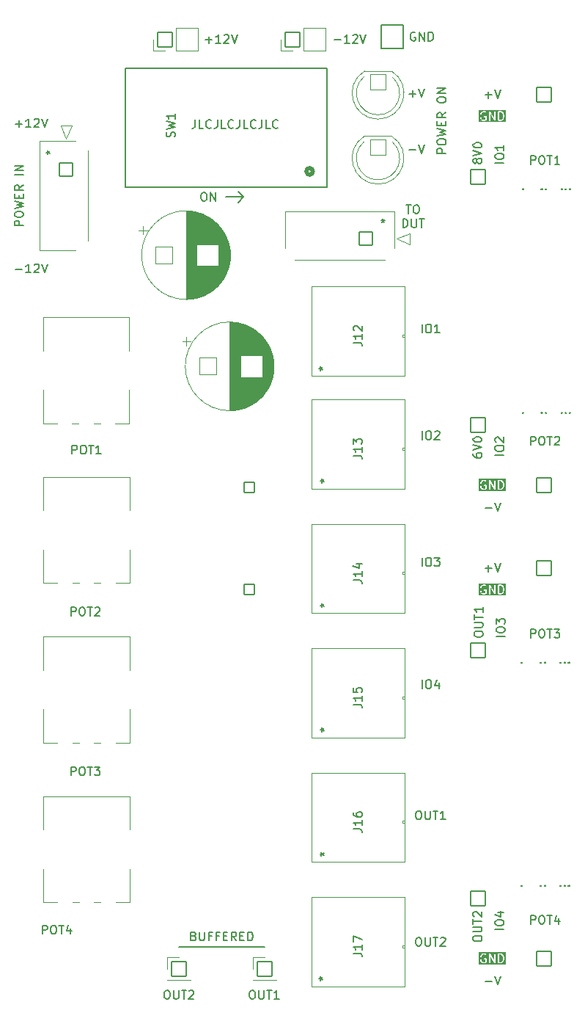
<source format=gto>
G04 #@! TF.GenerationSoftware,KiCad,Pcbnew,7.0.9*
G04 #@! TF.CreationDate,2023-12-28T16:55:22-08:00*
G04 #@! TF.ProjectId,breadboard audio breakout,62726561-6462-46f6-9172-642061756469,rev?*
G04 #@! TF.SameCoordinates,Original*
G04 #@! TF.FileFunction,Legend,Top*
G04 #@! TF.FilePolarity,Positive*
%FSLAX46Y46*%
G04 Gerber Fmt 4.6, Leading zero omitted, Abs format (unit mm)*
G04 Created by KiCad (PCBNEW 7.0.9) date 2023-12-28 16:55:22*
%MOMM*%
%LPD*%
G01*
G04 APERTURE LIST*
G04 Aperture macros list*
%AMRoundRect*
0 Rectangle with rounded corners*
0 $1 Rounding radius*
0 $2 $3 $4 $5 $6 $7 $8 $9 X,Y pos of 4 corners*
0 Add a 4 corners polygon primitive as box body*
4,1,4,$2,$3,$4,$5,$6,$7,$8,$9,$2,$3,0*
0 Add four circle primitives for the rounded corners*
1,1,$1+$1,$2,$3*
1,1,$1+$1,$4,$5*
1,1,$1+$1,$6,$7*
1,1,$1+$1,$8,$9*
0 Add four rect primitives between the rounded corners*
20,1,$1+$1,$2,$3,$4,$5,0*
20,1,$1+$1,$4,$5,$6,$7,0*
20,1,$1+$1,$6,$7,$8,$9,0*
20,1,$1+$1,$8,$9,$2,$3,0*%
G04 Aperture macros list end*
%ADD10C,0.150000*%
%ADD11C,0.120000*%
%ADD12C,0.152400*%
%ADD13C,0.508000*%
%ADD14O,1.700000X3.800000*%
%ADD15O,3.800000X1.700000*%
%ADD16C,1.370000*%
%ADD17RoundRect,0.050000X0.760000X-0.760000X0.760000X0.760000X-0.760000X0.760000X-0.760000X-0.760000X0*%
%ADD18C,1.620000*%
%ADD19C,1.600000*%
%ADD20RoundRect,0.050000X0.850000X-0.850000X0.850000X0.850000X-0.850000X0.850000X-0.850000X-0.850000X0*%
%ADD21O,1.800000X1.800000*%
%ADD22C,4.100000*%
%ADD23C,1.900000*%
%ADD24RoundRect,0.050000X-0.850000X-0.850000X0.850000X-0.850000X0.850000X0.850000X-0.850000X0.850000X0*%
%ADD25RoundRect,0.050000X-1.000000X-1.000000X1.000000X-1.000000X1.000000X1.000000X-1.000000X1.000000X0*%
%ADD26C,2.100000*%
%ADD27C,0.900000*%
%ADD28C,6.700000*%
%ADD29RoundRect,0.050000X-0.900000X0.900000X-0.900000X-0.900000X0.900000X-0.900000X0.900000X0.900000X0*%
%ADD30RoundRect,0.050000X-0.760000X-0.760000X0.760000X-0.760000X0.760000X0.760000X-0.760000X0.760000X0*%
%ADD31C,2.600000*%
%ADD32RoundRect,0.050000X0.850000X0.850000X-0.850000X0.850000X-0.850000X-0.850000X0.850000X-0.850000X0*%
%ADD33RoundRect,0.050000X-0.850000X0.850000X-0.850000X-0.850000X0.850000X-0.850000X0.850000X0.850000X0*%
%ADD34RoundRect,0.102000X0.611000X0.611000X-0.611000X0.611000X-0.611000X-0.611000X0.611000X-0.611000X0*%
%ADD35C,1.426000*%
G04 APERTURE END LIST*
D10*
X93218000Y-67945000D02*
X95250000Y-67945000D01*
X111125000Y-48133000D02*
X113665000Y-48133000D01*
X113665000Y-50800000D01*
X111125000Y-50800000D01*
X111125000Y-48133000D01*
X95250000Y-67945000D02*
X94615000Y-68580000D01*
X95250000Y-67945000D02*
X94615000Y-67310000D01*
X87757000Y-154432000D02*
X97663000Y-154432000D01*
X121882819Y-118471744D02*
X121882819Y-118281268D01*
X121882819Y-118281268D02*
X121930438Y-118186030D01*
X121930438Y-118186030D02*
X122025676Y-118090792D01*
X122025676Y-118090792D02*
X122216152Y-118043173D01*
X122216152Y-118043173D02*
X122549485Y-118043173D01*
X122549485Y-118043173D02*
X122739961Y-118090792D01*
X122739961Y-118090792D02*
X122835200Y-118186030D01*
X122835200Y-118186030D02*
X122882819Y-118281268D01*
X122882819Y-118281268D02*
X122882819Y-118471744D01*
X122882819Y-118471744D02*
X122835200Y-118566982D01*
X122835200Y-118566982D02*
X122739961Y-118662220D01*
X122739961Y-118662220D02*
X122549485Y-118709839D01*
X122549485Y-118709839D02*
X122216152Y-118709839D01*
X122216152Y-118709839D02*
X122025676Y-118662220D01*
X122025676Y-118662220D02*
X121930438Y-118566982D01*
X121930438Y-118566982D02*
X121882819Y-118471744D01*
X121882819Y-117614601D02*
X122692342Y-117614601D01*
X122692342Y-117614601D02*
X122787580Y-117566982D01*
X122787580Y-117566982D02*
X122835200Y-117519363D01*
X122835200Y-117519363D02*
X122882819Y-117424125D01*
X122882819Y-117424125D02*
X122882819Y-117233649D01*
X122882819Y-117233649D02*
X122835200Y-117138411D01*
X122835200Y-117138411D02*
X122787580Y-117090792D01*
X122787580Y-117090792D02*
X122692342Y-117043173D01*
X122692342Y-117043173D02*
X121882819Y-117043173D01*
X121882819Y-116709839D02*
X121882819Y-116138411D01*
X122882819Y-116424125D02*
X121882819Y-116424125D01*
X122882819Y-115281268D02*
X122882819Y-115852696D01*
X122882819Y-115566982D02*
X121882819Y-115566982D01*
X121882819Y-115566982D02*
X122025676Y-115662220D01*
X122025676Y-115662220D02*
X122120914Y-115757458D01*
X122120914Y-115757458D02*
X122168533Y-115852696D01*
X69796819Y-71270380D02*
X68796819Y-71270380D01*
X68796819Y-71270380D02*
X68796819Y-70889428D01*
X68796819Y-70889428D02*
X68844438Y-70794190D01*
X68844438Y-70794190D02*
X68892057Y-70746571D01*
X68892057Y-70746571D02*
X68987295Y-70698952D01*
X68987295Y-70698952D02*
X69130152Y-70698952D01*
X69130152Y-70698952D02*
X69225390Y-70746571D01*
X69225390Y-70746571D02*
X69273009Y-70794190D01*
X69273009Y-70794190D02*
X69320628Y-70889428D01*
X69320628Y-70889428D02*
X69320628Y-71270380D01*
X68796819Y-70079904D02*
X68796819Y-69889428D01*
X68796819Y-69889428D02*
X68844438Y-69794190D01*
X68844438Y-69794190D02*
X68939676Y-69698952D01*
X68939676Y-69698952D02*
X69130152Y-69651333D01*
X69130152Y-69651333D02*
X69463485Y-69651333D01*
X69463485Y-69651333D02*
X69653961Y-69698952D01*
X69653961Y-69698952D02*
X69749200Y-69794190D01*
X69749200Y-69794190D02*
X69796819Y-69889428D01*
X69796819Y-69889428D02*
X69796819Y-70079904D01*
X69796819Y-70079904D02*
X69749200Y-70175142D01*
X69749200Y-70175142D02*
X69653961Y-70270380D01*
X69653961Y-70270380D02*
X69463485Y-70317999D01*
X69463485Y-70317999D02*
X69130152Y-70317999D01*
X69130152Y-70317999D02*
X68939676Y-70270380D01*
X68939676Y-70270380D02*
X68844438Y-70175142D01*
X68844438Y-70175142D02*
X68796819Y-70079904D01*
X68796819Y-69317999D02*
X69796819Y-69079904D01*
X69796819Y-69079904D02*
X69082533Y-68889428D01*
X69082533Y-68889428D02*
X69796819Y-68698952D01*
X69796819Y-68698952D02*
X68796819Y-68460857D01*
X69273009Y-68079904D02*
X69273009Y-67746571D01*
X69796819Y-67603714D02*
X69796819Y-68079904D01*
X69796819Y-68079904D02*
X68796819Y-68079904D01*
X68796819Y-68079904D02*
X68796819Y-67603714D01*
X69796819Y-66603714D02*
X69320628Y-66937047D01*
X69796819Y-67175142D02*
X68796819Y-67175142D01*
X68796819Y-67175142D02*
X68796819Y-66794190D01*
X68796819Y-66794190D02*
X68844438Y-66698952D01*
X68844438Y-66698952D02*
X68892057Y-66651333D01*
X68892057Y-66651333D02*
X68987295Y-66603714D01*
X68987295Y-66603714D02*
X69130152Y-66603714D01*
X69130152Y-66603714D02*
X69225390Y-66651333D01*
X69225390Y-66651333D02*
X69273009Y-66698952D01*
X69273009Y-66698952D02*
X69320628Y-66794190D01*
X69320628Y-66794190D02*
X69320628Y-67175142D01*
X69796819Y-65413237D02*
X68796819Y-65413237D01*
X69796819Y-64937047D02*
X68796819Y-64937047D01*
X68796819Y-64937047D02*
X69796819Y-64365619D01*
X69796819Y-64365619D02*
X68796819Y-64365619D01*
X115363809Y-153378819D02*
X115554285Y-153378819D01*
X115554285Y-153378819D02*
X115649523Y-153426438D01*
X115649523Y-153426438D02*
X115744761Y-153521676D01*
X115744761Y-153521676D02*
X115792380Y-153712152D01*
X115792380Y-153712152D02*
X115792380Y-154045485D01*
X115792380Y-154045485D02*
X115744761Y-154235961D01*
X115744761Y-154235961D02*
X115649523Y-154331200D01*
X115649523Y-154331200D02*
X115554285Y-154378819D01*
X115554285Y-154378819D02*
X115363809Y-154378819D01*
X115363809Y-154378819D02*
X115268571Y-154331200D01*
X115268571Y-154331200D02*
X115173333Y-154235961D01*
X115173333Y-154235961D02*
X115125714Y-154045485D01*
X115125714Y-154045485D02*
X115125714Y-153712152D01*
X115125714Y-153712152D02*
X115173333Y-153521676D01*
X115173333Y-153521676D02*
X115268571Y-153426438D01*
X115268571Y-153426438D02*
X115363809Y-153378819D01*
X116220952Y-153378819D02*
X116220952Y-154188342D01*
X116220952Y-154188342D02*
X116268571Y-154283580D01*
X116268571Y-154283580D02*
X116316190Y-154331200D01*
X116316190Y-154331200D02*
X116411428Y-154378819D01*
X116411428Y-154378819D02*
X116601904Y-154378819D01*
X116601904Y-154378819D02*
X116697142Y-154331200D01*
X116697142Y-154331200D02*
X116744761Y-154283580D01*
X116744761Y-154283580D02*
X116792380Y-154188342D01*
X116792380Y-154188342D02*
X116792380Y-153378819D01*
X117125714Y-153378819D02*
X117697142Y-153378819D01*
X117411428Y-154378819D02*
X117411428Y-153378819D01*
X117982857Y-153474057D02*
X118030476Y-153426438D01*
X118030476Y-153426438D02*
X118125714Y-153378819D01*
X118125714Y-153378819D02*
X118363809Y-153378819D01*
X118363809Y-153378819D02*
X118459047Y-153426438D01*
X118459047Y-153426438D02*
X118506666Y-153474057D01*
X118506666Y-153474057D02*
X118554285Y-153569295D01*
X118554285Y-153569295D02*
X118554285Y-153664533D01*
X118554285Y-153664533D02*
X118506666Y-153807390D01*
X118506666Y-153807390D02*
X117935238Y-154378819D01*
X117935238Y-154378819D02*
X118554285Y-154378819D01*
X131984810Y-92815580D02*
X132032429Y-92863200D01*
X132032429Y-92863200D02*
X131984810Y-92910819D01*
X131984810Y-92910819D02*
X131937191Y-92863200D01*
X131937191Y-92863200D02*
X131984810Y-92815580D01*
X131984810Y-92815580D02*
X131984810Y-92910819D01*
X132461000Y-92815580D02*
X132508619Y-92863200D01*
X132508619Y-92863200D02*
X132461000Y-92910819D01*
X132461000Y-92910819D02*
X132413381Y-92863200D01*
X132413381Y-92863200D02*
X132461000Y-92815580D01*
X132461000Y-92815580D02*
X132461000Y-92910819D01*
X132937190Y-92815580D02*
X132984809Y-92863200D01*
X132984809Y-92863200D02*
X132937190Y-92910819D01*
X132937190Y-92910819D02*
X132889571Y-92863200D01*
X132889571Y-92863200D02*
X132937190Y-92815580D01*
X132937190Y-92815580D02*
X132937190Y-92910819D01*
X115840000Y-95958819D02*
X115840000Y-94958819D01*
X116506666Y-94958819D02*
X116697142Y-94958819D01*
X116697142Y-94958819D02*
X116792380Y-95006438D01*
X116792380Y-95006438D02*
X116887618Y-95101676D01*
X116887618Y-95101676D02*
X116935237Y-95292152D01*
X116935237Y-95292152D02*
X116935237Y-95625485D01*
X116935237Y-95625485D02*
X116887618Y-95815961D01*
X116887618Y-95815961D02*
X116792380Y-95911200D01*
X116792380Y-95911200D02*
X116697142Y-95958819D01*
X116697142Y-95958819D02*
X116506666Y-95958819D01*
X116506666Y-95958819D02*
X116411428Y-95911200D01*
X116411428Y-95911200D02*
X116316190Y-95815961D01*
X116316190Y-95815961D02*
X116268571Y-95625485D01*
X116268571Y-95625485D02*
X116268571Y-95292152D01*
X116268571Y-95292152D02*
X116316190Y-95101676D01*
X116316190Y-95101676D02*
X116411428Y-95006438D01*
X116411428Y-95006438D02*
X116506666Y-94958819D01*
X117316190Y-95054057D02*
X117363809Y-95006438D01*
X117363809Y-95006438D02*
X117459047Y-94958819D01*
X117459047Y-94958819D02*
X117697142Y-94958819D01*
X117697142Y-94958819D02*
X117792380Y-95006438D01*
X117792380Y-95006438D02*
X117839999Y-95054057D01*
X117839999Y-95054057D02*
X117887618Y-95149295D01*
X117887618Y-95149295D02*
X117887618Y-95244533D01*
X117887618Y-95244533D02*
X117839999Y-95387390D01*
X117839999Y-95387390D02*
X117268571Y-95958819D01*
X117268571Y-95958819D02*
X117887618Y-95958819D01*
X115840000Y-124660819D02*
X115840000Y-123660819D01*
X116506666Y-123660819D02*
X116697142Y-123660819D01*
X116697142Y-123660819D02*
X116792380Y-123708438D01*
X116792380Y-123708438D02*
X116887618Y-123803676D01*
X116887618Y-123803676D02*
X116935237Y-123994152D01*
X116935237Y-123994152D02*
X116935237Y-124327485D01*
X116935237Y-124327485D02*
X116887618Y-124517961D01*
X116887618Y-124517961D02*
X116792380Y-124613200D01*
X116792380Y-124613200D02*
X116697142Y-124660819D01*
X116697142Y-124660819D02*
X116506666Y-124660819D01*
X116506666Y-124660819D02*
X116411428Y-124613200D01*
X116411428Y-124613200D02*
X116316190Y-124517961D01*
X116316190Y-124517961D02*
X116268571Y-124327485D01*
X116268571Y-124327485D02*
X116268571Y-123994152D01*
X116268571Y-123994152D02*
X116316190Y-123803676D01*
X116316190Y-123803676D02*
X116411428Y-123708438D01*
X116411428Y-123708438D02*
X116506666Y-123660819D01*
X117792380Y-123994152D02*
X117792380Y-124660819D01*
X117554285Y-123613200D02*
X117316190Y-124327485D01*
X117316190Y-124327485D02*
X117935237Y-124327485D01*
X125422819Y-118662220D02*
X124422819Y-118662220D01*
X124422819Y-117995554D02*
X124422819Y-117805078D01*
X124422819Y-117805078D02*
X124470438Y-117709840D01*
X124470438Y-117709840D02*
X124565676Y-117614602D01*
X124565676Y-117614602D02*
X124756152Y-117566983D01*
X124756152Y-117566983D02*
X125089485Y-117566983D01*
X125089485Y-117566983D02*
X125279961Y-117614602D01*
X125279961Y-117614602D02*
X125375200Y-117709840D01*
X125375200Y-117709840D02*
X125422819Y-117805078D01*
X125422819Y-117805078D02*
X125422819Y-117995554D01*
X125422819Y-117995554D02*
X125375200Y-118090792D01*
X125375200Y-118090792D02*
X125279961Y-118186030D01*
X125279961Y-118186030D02*
X125089485Y-118233649D01*
X125089485Y-118233649D02*
X124756152Y-118233649D01*
X124756152Y-118233649D02*
X124565676Y-118186030D01*
X124565676Y-118186030D02*
X124470438Y-118090792D01*
X124470438Y-118090792D02*
X124422819Y-117995554D01*
X124422819Y-117233649D02*
X124422819Y-116614602D01*
X124422819Y-116614602D02*
X124803771Y-116947935D01*
X124803771Y-116947935D02*
X124803771Y-116805078D01*
X124803771Y-116805078D02*
X124851390Y-116709840D01*
X124851390Y-116709840D02*
X124899009Y-116662221D01*
X124899009Y-116662221D02*
X124994247Y-116614602D01*
X124994247Y-116614602D02*
X125232342Y-116614602D01*
X125232342Y-116614602D02*
X125327580Y-116662221D01*
X125327580Y-116662221D02*
X125375200Y-116709840D01*
X125375200Y-116709840D02*
X125422819Y-116805078D01*
X125422819Y-116805078D02*
X125422819Y-117090792D01*
X125422819Y-117090792D02*
X125375200Y-117186030D01*
X125375200Y-117186030D02*
X125327580Y-117233649D01*
X125295819Y-64052220D02*
X124295819Y-64052220D01*
X124295819Y-63385554D02*
X124295819Y-63195078D01*
X124295819Y-63195078D02*
X124343438Y-63099840D01*
X124343438Y-63099840D02*
X124438676Y-63004602D01*
X124438676Y-63004602D02*
X124629152Y-62956983D01*
X124629152Y-62956983D02*
X124962485Y-62956983D01*
X124962485Y-62956983D02*
X125152961Y-63004602D01*
X125152961Y-63004602D02*
X125248200Y-63099840D01*
X125248200Y-63099840D02*
X125295819Y-63195078D01*
X125295819Y-63195078D02*
X125295819Y-63385554D01*
X125295819Y-63385554D02*
X125248200Y-63480792D01*
X125248200Y-63480792D02*
X125152961Y-63576030D01*
X125152961Y-63576030D02*
X124962485Y-63623649D01*
X124962485Y-63623649D02*
X124629152Y-63623649D01*
X124629152Y-63623649D02*
X124438676Y-63576030D01*
X124438676Y-63576030D02*
X124343438Y-63480792D01*
X124343438Y-63480792D02*
X124295819Y-63385554D01*
X125295819Y-62004602D02*
X125295819Y-62576030D01*
X125295819Y-62290316D02*
X124295819Y-62290316D01*
X124295819Y-62290316D02*
X124438676Y-62385554D01*
X124438676Y-62385554D02*
X124533914Y-62480792D01*
X124533914Y-62480792D02*
X124581533Y-62576030D01*
X122184390Y-63909363D02*
X122136771Y-64004601D01*
X122136771Y-64004601D02*
X122089152Y-64052220D01*
X122089152Y-64052220D02*
X121993914Y-64099839D01*
X121993914Y-64099839D02*
X121946295Y-64099839D01*
X121946295Y-64099839D02*
X121851057Y-64052220D01*
X121851057Y-64052220D02*
X121803438Y-64004601D01*
X121803438Y-64004601D02*
X121755819Y-63909363D01*
X121755819Y-63909363D02*
X121755819Y-63718887D01*
X121755819Y-63718887D02*
X121803438Y-63623649D01*
X121803438Y-63623649D02*
X121851057Y-63576030D01*
X121851057Y-63576030D02*
X121946295Y-63528411D01*
X121946295Y-63528411D02*
X121993914Y-63528411D01*
X121993914Y-63528411D02*
X122089152Y-63576030D01*
X122089152Y-63576030D02*
X122136771Y-63623649D01*
X122136771Y-63623649D02*
X122184390Y-63718887D01*
X122184390Y-63718887D02*
X122184390Y-63909363D01*
X122184390Y-63909363D02*
X122232009Y-64004601D01*
X122232009Y-64004601D02*
X122279628Y-64052220D01*
X122279628Y-64052220D02*
X122374866Y-64099839D01*
X122374866Y-64099839D02*
X122565342Y-64099839D01*
X122565342Y-64099839D02*
X122660580Y-64052220D01*
X122660580Y-64052220D02*
X122708200Y-64004601D01*
X122708200Y-64004601D02*
X122755819Y-63909363D01*
X122755819Y-63909363D02*
X122755819Y-63718887D01*
X122755819Y-63718887D02*
X122708200Y-63623649D01*
X122708200Y-63623649D02*
X122660580Y-63576030D01*
X122660580Y-63576030D02*
X122565342Y-63528411D01*
X122565342Y-63528411D02*
X122374866Y-63528411D01*
X122374866Y-63528411D02*
X122279628Y-63576030D01*
X122279628Y-63576030D02*
X122232009Y-63623649D01*
X122232009Y-63623649D02*
X122184390Y-63718887D01*
X121755819Y-63242696D02*
X122755819Y-62909363D01*
X122755819Y-62909363D02*
X121755819Y-62576030D01*
X121755819Y-62052220D02*
X121755819Y-61956982D01*
X121755819Y-61956982D02*
X121803438Y-61861744D01*
X121803438Y-61861744D02*
X121851057Y-61814125D01*
X121851057Y-61814125D02*
X121946295Y-61766506D01*
X121946295Y-61766506D02*
X122136771Y-61718887D01*
X122136771Y-61718887D02*
X122374866Y-61718887D01*
X122374866Y-61718887D02*
X122565342Y-61766506D01*
X122565342Y-61766506D02*
X122660580Y-61814125D01*
X122660580Y-61814125D02*
X122708200Y-61861744D01*
X122708200Y-61861744D02*
X122755819Y-61956982D01*
X122755819Y-61956982D02*
X122755819Y-62052220D01*
X122755819Y-62052220D02*
X122708200Y-62147458D01*
X122708200Y-62147458D02*
X122660580Y-62195077D01*
X122660580Y-62195077D02*
X122565342Y-62242696D01*
X122565342Y-62242696D02*
X122374866Y-62290315D01*
X122374866Y-62290315D02*
X122136771Y-62290315D01*
X122136771Y-62290315D02*
X121946295Y-62242696D01*
X121946295Y-62242696D02*
X121851057Y-62195077D01*
X121851057Y-62195077D02*
X121803438Y-62147458D01*
X121803438Y-62147458D02*
X121755819Y-62052220D01*
X131984810Y-67009180D02*
X132032429Y-67056800D01*
X132032429Y-67056800D02*
X131984810Y-67104419D01*
X131984810Y-67104419D02*
X131937191Y-67056800D01*
X131937191Y-67056800D02*
X131984810Y-67009180D01*
X131984810Y-67009180D02*
X131984810Y-67104419D01*
X132461000Y-67009180D02*
X132508619Y-67056800D01*
X132508619Y-67056800D02*
X132461000Y-67104419D01*
X132461000Y-67104419D02*
X132413381Y-67056800D01*
X132413381Y-67056800D02*
X132461000Y-67009180D01*
X132461000Y-67009180D02*
X132461000Y-67104419D01*
X132937190Y-67009180D02*
X132984809Y-67056800D01*
X132984809Y-67056800D02*
X132937190Y-67104419D01*
X132937190Y-67104419D02*
X132889571Y-67056800D01*
X132889571Y-67056800D02*
X132937190Y-67009180D01*
X132937190Y-67009180D02*
X132937190Y-67104419D01*
X113998476Y-68880819D02*
X114569904Y-68880819D01*
X114284190Y-69880819D02*
X114284190Y-68880819D01*
X115093714Y-68880819D02*
X115284190Y-68880819D01*
X115284190Y-68880819D02*
X115379428Y-68928438D01*
X115379428Y-68928438D02*
X115474666Y-69023676D01*
X115474666Y-69023676D02*
X115522285Y-69214152D01*
X115522285Y-69214152D02*
X115522285Y-69547485D01*
X115522285Y-69547485D02*
X115474666Y-69737961D01*
X115474666Y-69737961D02*
X115379428Y-69833200D01*
X115379428Y-69833200D02*
X115284190Y-69880819D01*
X115284190Y-69880819D02*
X115093714Y-69880819D01*
X115093714Y-69880819D02*
X114998476Y-69833200D01*
X114998476Y-69833200D02*
X114903238Y-69737961D01*
X114903238Y-69737961D02*
X114855619Y-69547485D01*
X114855619Y-69547485D02*
X114855619Y-69214152D01*
X114855619Y-69214152D02*
X114903238Y-69023676D01*
X114903238Y-69023676D02*
X114998476Y-68928438D01*
X114998476Y-68928438D02*
X115093714Y-68880819D01*
X113641333Y-71490819D02*
X113641333Y-70490819D01*
X113641333Y-70490819D02*
X113879428Y-70490819D01*
X113879428Y-70490819D02*
X114022285Y-70538438D01*
X114022285Y-70538438D02*
X114117523Y-70633676D01*
X114117523Y-70633676D02*
X114165142Y-70728914D01*
X114165142Y-70728914D02*
X114212761Y-70919390D01*
X114212761Y-70919390D02*
X114212761Y-71062247D01*
X114212761Y-71062247D02*
X114165142Y-71252723D01*
X114165142Y-71252723D02*
X114117523Y-71347961D01*
X114117523Y-71347961D02*
X114022285Y-71443200D01*
X114022285Y-71443200D02*
X113879428Y-71490819D01*
X113879428Y-71490819D02*
X113641333Y-71490819D01*
X114641333Y-70490819D02*
X114641333Y-71300342D01*
X114641333Y-71300342D02*
X114688952Y-71395580D01*
X114688952Y-71395580D02*
X114736571Y-71443200D01*
X114736571Y-71443200D02*
X114831809Y-71490819D01*
X114831809Y-71490819D02*
X115022285Y-71490819D01*
X115022285Y-71490819D02*
X115117523Y-71443200D01*
X115117523Y-71443200D02*
X115165142Y-71395580D01*
X115165142Y-71395580D02*
X115212761Y-71300342D01*
X115212761Y-71300342D02*
X115212761Y-70490819D01*
X115546095Y-70490819D02*
X116117523Y-70490819D01*
X115831809Y-71490819D02*
X115831809Y-70490819D01*
G36*
X125054343Y-155396990D02*
G01*
X125128456Y-155471103D01*
X125166949Y-155548090D01*
X125210333Y-155721624D01*
X125210333Y-155846013D01*
X125166949Y-156019547D01*
X125128455Y-156096534D01*
X125054343Y-156170647D01*
X124939830Y-156208819D01*
X124788905Y-156208819D01*
X124788905Y-155358819D01*
X124939830Y-155358819D01*
X125054343Y-155396990D01*
G37*
G36*
X125503190Y-156501676D02*
G01*
X122400810Y-156501676D01*
X122400810Y-155855247D01*
X122543667Y-155855247D01*
X122544852Y-155858504D01*
X122545906Y-155873437D01*
X122593525Y-156063913D01*
X122595513Y-156066857D01*
X122599204Y-156079264D01*
X122646823Y-156174502D01*
X122648009Y-156175625D01*
X122660872Y-156193994D01*
X122756110Y-156289233D01*
X122760174Y-156291128D01*
X122762521Y-156294948D01*
X122785426Y-156307351D01*
X122928282Y-156354970D01*
X122929917Y-156354925D01*
X122952000Y-156358819D01*
X123047238Y-156358819D01*
X123048776Y-156358258D01*
X123070955Y-156354970D01*
X123213812Y-156307351D01*
X123217323Y-156304563D01*
X123221792Y-156304173D01*
X123243129Y-156289232D01*
X123248542Y-156283819D01*
X123591286Y-156283819D01*
X123608833Y-156332028D01*
X123653262Y-156357680D01*
X123703786Y-156348771D01*
X123736763Y-156309471D01*
X123741286Y-156283819D01*
X123741286Y-155566235D01*
X124172596Y-156321030D01*
X124177889Y-156325511D01*
X124180261Y-156332028D01*
X124196998Y-156341691D01*
X124211749Y-156354181D01*
X124218683Y-156354211D01*
X124224690Y-156357680D01*
X124243723Y-156354323D01*
X124263051Y-156354410D01*
X124268384Y-156349975D01*
X124275214Y-156348771D01*
X124287638Y-156333964D01*
X124302498Y-156321608D01*
X124303732Y-156314784D01*
X124308191Y-156309471D01*
X124312714Y-156283819D01*
X124638905Y-156283819D01*
X124645568Y-156302127D01*
X124648953Y-156321319D01*
X124654137Y-156325669D01*
X124656452Y-156332028D01*
X124673325Y-156341770D01*
X124688253Y-156354296D01*
X124697995Y-156356013D01*
X124700881Y-156357680D01*
X124704163Y-156357101D01*
X124713905Y-156358819D01*
X124952000Y-156358819D01*
X124953538Y-156358258D01*
X124975717Y-156354970D01*
X125118574Y-156307351D01*
X125122086Y-156304563D01*
X125126553Y-156304173D01*
X125147890Y-156289233D01*
X125243129Y-156193993D01*
X125243820Y-156192510D01*
X125257177Y-156174502D01*
X125304796Y-156079264D01*
X125305202Y-156075735D01*
X125310475Y-156063913D01*
X125358094Y-155873437D01*
X125357733Y-155869988D01*
X125360333Y-155855247D01*
X125360333Y-155712390D01*
X125359147Y-155709132D01*
X125358094Y-155694200D01*
X125310475Y-155503724D01*
X125308486Y-155500779D01*
X125304796Y-155488373D01*
X125257177Y-155393135D01*
X125255990Y-155392011D01*
X125243128Y-155373643D01*
X125147890Y-155278405D01*
X125143826Y-155276510D01*
X125141479Y-155272689D01*
X125118574Y-155260287D01*
X124975717Y-155212668D01*
X124974082Y-155212712D01*
X124952000Y-155208819D01*
X124713905Y-155208819D01*
X124695596Y-155215482D01*
X124676405Y-155218867D01*
X124672054Y-155224051D01*
X124665696Y-155226366D01*
X124655953Y-155243239D01*
X124643428Y-155258167D01*
X124641710Y-155267909D01*
X124640044Y-155270795D01*
X124640622Y-155274077D01*
X124638905Y-155283819D01*
X124638905Y-156283819D01*
X124312714Y-156283819D01*
X124312714Y-155283819D01*
X124295167Y-155235610D01*
X124250738Y-155209958D01*
X124200214Y-155218867D01*
X124167237Y-155258167D01*
X124162714Y-155283819D01*
X124162714Y-156001402D01*
X123731404Y-155246609D01*
X123726111Y-155242127D01*
X123723739Y-155235610D01*
X123706999Y-155225945D01*
X123692251Y-155213457D01*
X123685316Y-155213426D01*
X123679310Y-155209958D01*
X123660276Y-155213314D01*
X123640949Y-155213228D01*
X123635615Y-155217662D01*
X123628786Y-155218867D01*
X123616361Y-155233673D01*
X123601502Y-155246030D01*
X123600267Y-155252853D01*
X123595809Y-155258167D01*
X123591286Y-155283819D01*
X123591286Y-156283819D01*
X123248542Y-156283819D01*
X123290747Y-156241613D01*
X123297665Y-156226775D01*
X123308191Y-156214232D01*
X123311034Y-156198104D01*
X123312428Y-156195116D01*
X123311905Y-156193165D01*
X123312714Y-156188580D01*
X123312714Y-155855247D01*
X123306050Y-155836938D01*
X123302666Y-155817747D01*
X123297481Y-155813396D01*
X123295167Y-155807038D01*
X123278293Y-155797295D01*
X123263366Y-155784770D01*
X123253623Y-155783052D01*
X123250738Y-155781386D01*
X123247455Y-155781964D01*
X123237714Y-155780247D01*
X123047238Y-155780247D01*
X122999029Y-155797794D01*
X122973377Y-155842223D01*
X122982286Y-155892747D01*
X123021586Y-155925724D01*
X123047238Y-155930247D01*
X123162714Y-155930247D01*
X123162714Y-156157514D01*
X123149581Y-156170647D01*
X123035068Y-156208819D01*
X122964170Y-156208819D01*
X122849657Y-156170648D01*
X122775544Y-156096534D01*
X122737050Y-156019547D01*
X122693667Y-155846013D01*
X122693667Y-155721624D01*
X122737050Y-155548090D01*
X122775544Y-155471103D01*
X122849657Y-155396990D01*
X122964170Y-155358819D01*
X123077152Y-155358819D01*
X123156554Y-155398520D01*
X123207520Y-155404385D01*
X123250333Y-155376119D01*
X123264960Y-155326944D01*
X123244557Y-155279873D01*
X123223636Y-155264356D01*
X123128398Y-155216737D01*
X123123944Y-155216224D01*
X123120509Y-155213342D01*
X123094857Y-155208819D01*
X122952000Y-155208819D01*
X122950462Y-155209378D01*
X122928282Y-155212668D01*
X122785426Y-155260287D01*
X122781915Y-155263073D01*
X122777447Y-155263464D01*
X122756110Y-155278405D01*
X122660872Y-155373643D01*
X122660181Y-155375124D01*
X122646823Y-155393135D01*
X122599204Y-155488373D01*
X122598797Y-155491901D01*
X122593525Y-155503724D01*
X122545906Y-155694200D01*
X122546266Y-155697648D01*
X122543667Y-155712390D01*
X122543667Y-155855247D01*
X122400810Y-155855247D01*
X122400810Y-155065962D01*
X125503190Y-155065962D01*
X125503190Y-156501676D01*
G37*
X121755819Y-97570922D02*
X121755819Y-97761398D01*
X121755819Y-97761398D02*
X121803438Y-97856636D01*
X121803438Y-97856636D02*
X121851057Y-97904255D01*
X121851057Y-97904255D02*
X121993914Y-97999493D01*
X121993914Y-97999493D02*
X122184390Y-98047112D01*
X122184390Y-98047112D02*
X122565342Y-98047112D01*
X122565342Y-98047112D02*
X122660580Y-97999493D01*
X122660580Y-97999493D02*
X122708200Y-97951874D01*
X122708200Y-97951874D02*
X122755819Y-97856636D01*
X122755819Y-97856636D02*
X122755819Y-97666160D01*
X122755819Y-97666160D02*
X122708200Y-97570922D01*
X122708200Y-97570922D02*
X122660580Y-97523303D01*
X122660580Y-97523303D02*
X122565342Y-97475684D01*
X122565342Y-97475684D02*
X122327247Y-97475684D01*
X122327247Y-97475684D02*
X122232009Y-97523303D01*
X122232009Y-97523303D02*
X122184390Y-97570922D01*
X122184390Y-97570922D02*
X122136771Y-97666160D01*
X122136771Y-97666160D02*
X122136771Y-97856636D01*
X122136771Y-97856636D02*
X122184390Y-97951874D01*
X122184390Y-97951874D02*
X122232009Y-97999493D01*
X122232009Y-97999493D02*
X122327247Y-98047112D01*
X121755819Y-97189969D02*
X122755819Y-96856636D01*
X122755819Y-96856636D02*
X121755819Y-96523303D01*
X121755819Y-95999493D02*
X121755819Y-95904255D01*
X121755819Y-95904255D02*
X121803438Y-95809017D01*
X121803438Y-95809017D02*
X121851057Y-95761398D01*
X121851057Y-95761398D02*
X121946295Y-95713779D01*
X121946295Y-95713779D02*
X122136771Y-95666160D01*
X122136771Y-95666160D02*
X122374866Y-95666160D01*
X122374866Y-95666160D02*
X122565342Y-95713779D01*
X122565342Y-95713779D02*
X122660580Y-95761398D01*
X122660580Y-95761398D02*
X122708200Y-95809017D01*
X122708200Y-95809017D02*
X122755819Y-95904255D01*
X122755819Y-95904255D02*
X122755819Y-95999493D01*
X122755819Y-95999493D02*
X122708200Y-96094731D01*
X122708200Y-96094731D02*
X122660580Y-96142350D01*
X122660580Y-96142350D02*
X122565342Y-96189969D01*
X122565342Y-96189969D02*
X122374866Y-96237588D01*
X122374866Y-96237588D02*
X122136771Y-96237588D01*
X122136771Y-96237588D02*
X121946295Y-96189969D01*
X121946295Y-96189969D02*
X121851057Y-96142350D01*
X121851057Y-96142350D02*
X121803438Y-96094731D01*
X121803438Y-96094731D02*
X121755819Y-95999493D01*
X118614819Y-62909220D02*
X117614819Y-62909220D01*
X117614819Y-62909220D02*
X117614819Y-62528268D01*
X117614819Y-62528268D02*
X117662438Y-62433030D01*
X117662438Y-62433030D02*
X117710057Y-62385411D01*
X117710057Y-62385411D02*
X117805295Y-62337792D01*
X117805295Y-62337792D02*
X117948152Y-62337792D01*
X117948152Y-62337792D02*
X118043390Y-62385411D01*
X118043390Y-62385411D02*
X118091009Y-62433030D01*
X118091009Y-62433030D02*
X118138628Y-62528268D01*
X118138628Y-62528268D02*
X118138628Y-62909220D01*
X117614819Y-61718744D02*
X117614819Y-61528268D01*
X117614819Y-61528268D02*
X117662438Y-61433030D01*
X117662438Y-61433030D02*
X117757676Y-61337792D01*
X117757676Y-61337792D02*
X117948152Y-61290173D01*
X117948152Y-61290173D02*
X118281485Y-61290173D01*
X118281485Y-61290173D02*
X118471961Y-61337792D01*
X118471961Y-61337792D02*
X118567200Y-61433030D01*
X118567200Y-61433030D02*
X118614819Y-61528268D01*
X118614819Y-61528268D02*
X118614819Y-61718744D01*
X118614819Y-61718744D02*
X118567200Y-61813982D01*
X118567200Y-61813982D02*
X118471961Y-61909220D01*
X118471961Y-61909220D02*
X118281485Y-61956839D01*
X118281485Y-61956839D02*
X117948152Y-61956839D01*
X117948152Y-61956839D02*
X117757676Y-61909220D01*
X117757676Y-61909220D02*
X117662438Y-61813982D01*
X117662438Y-61813982D02*
X117614819Y-61718744D01*
X117614819Y-60956839D02*
X118614819Y-60718744D01*
X118614819Y-60718744D02*
X117900533Y-60528268D01*
X117900533Y-60528268D02*
X118614819Y-60337792D01*
X118614819Y-60337792D02*
X117614819Y-60099697D01*
X118091009Y-59718744D02*
X118091009Y-59385411D01*
X118614819Y-59242554D02*
X118614819Y-59718744D01*
X118614819Y-59718744D02*
X117614819Y-59718744D01*
X117614819Y-59718744D02*
X117614819Y-59242554D01*
X118614819Y-58242554D02*
X118138628Y-58575887D01*
X118614819Y-58813982D02*
X117614819Y-58813982D01*
X117614819Y-58813982D02*
X117614819Y-58433030D01*
X117614819Y-58433030D02*
X117662438Y-58337792D01*
X117662438Y-58337792D02*
X117710057Y-58290173D01*
X117710057Y-58290173D02*
X117805295Y-58242554D01*
X117805295Y-58242554D02*
X117948152Y-58242554D01*
X117948152Y-58242554D02*
X118043390Y-58290173D01*
X118043390Y-58290173D02*
X118091009Y-58337792D01*
X118091009Y-58337792D02*
X118138628Y-58433030D01*
X118138628Y-58433030D02*
X118138628Y-58813982D01*
X117614819Y-56861601D02*
X117614819Y-56671125D01*
X117614819Y-56671125D02*
X117662438Y-56575887D01*
X117662438Y-56575887D02*
X117757676Y-56480649D01*
X117757676Y-56480649D02*
X117948152Y-56433030D01*
X117948152Y-56433030D02*
X118281485Y-56433030D01*
X118281485Y-56433030D02*
X118471961Y-56480649D01*
X118471961Y-56480649D02*
X118567200Y-56575887D01*
X118567200Y-56575887D02*
X118614819Y-56671125D01*
X118614819Y-56671125D02*
X118614819Y-56861601D01*
X118614819Y-56861601D02*
X118567200Y-56956839D01*
X118567200Y-56956839D02*
X118471961Y-57052077D01*
X118471961Y-57052077D02*
X118281485Y-57099696D01*
X118281485Y-57099696D02*
X117948152Y-57099696D01*
X117948152Y-57099696D02*
X117757676Y-57052077D01*
X117757676Y-57052077D02*
X117662438Y-56956839D01*
X117662438Y-56956839D02*
X117614819Y-56861601D01*
X118614819Y-56004458D02*
X117614819Y-56004458D01*
X117614819Y-56004458D02*
X118614819Y-55433030D01*
X118614819Y-55433030D02*
X117614819Y-55433030D01*
X115840000Y-110563819D02*
X115840000Y-109563819D01*
X116506666Y-109563819D02*
X116697142Y-109563819D01*
X116697142Y-109563819D02*
X116792380Y-109611438D01*
X116792380Y-109611438D02*
X116887618Y-109706676D01*
X116887618Y-109706676D02*
X116935237Y-109897152D01*
X116935237Y-109897152D02*
X116935237Y-110230485D01*
X116935237Y-110230485D02*
X116887618Y-110420961D01*
X116887618Y-110420961D02*
X116792380Y-110516200D01*
X116792380Y-110516200D02*
X116697142Y-110563819D01*
X116697142Y-110563819D02*
X116506666Y-110563819D01*
X116506666Y-110563819D02*
X116411428Y-110516200D01*
X116411428Y-110516200D02*
X116316190Y-110420961D01*
X116316190Y-110420961D02*
X116268571Y-110230485D01*
X116268571Y-110230485D02*
X116268571Y-109897152D01*
X116268571Y-109897152D02*
X116316190Y-109706676D01*
X116316190Y-109706676D02*
X116411428Y-109611438D01*
X116411428Y-109611438D02*
X116506666Y-109563819D01*
X117268571Y-109563819D02*
X117887618Y-109563819D01*
X117887618Y-109563819D02*
X117554285Y-109944771D01*
X117554285Y-109944771D02*
X117697142Y-109944771D01*
X117697142Y-109944771D02*
X117792380Y-109992390D01*
X117792380Y-109992390D02*
X117839999Y-110040009D01*
X117839999Y-110040009D02*
X117887618Y-110135247D01*
X117887618Y-110135247D02*
X117887618Y-110373342D01*
X117887618Y-110373342D02*
X117839999Y-110468580D01*
X117839999Y-110468580D02*
X117792380Y-110516200D01*
X117792380Y-110516200D02*
X117697142Y-110563819D01*
X117697142Y-110563819D02*
X117411428Y-110563819D01*
X117411428Y-110563819D02*
X117316190Y-110516200D01*
X117316190Y-110516200D02*
X117268571Y-110468580D01*
X121755819Y-153593636D02*
X121755819Y-153403160D01*
X121755819Y-153403160D02*
X121803438Y-153307922D01*
X121803438Y-153307922D02*
X121898676Y-153212684D01*
X121898676Y-153212684D02*
X122089152Y-153165065D01*
X122089152Y-153165065D02*
X122422485Y-153165065D01*
X122422485Y-153165065D02*
X122612961Y-153212684D01*
X122612961Y-153212684D02*
X122708200Y-153307922D01*
X122708200Y-153307922D02*
X122755819Y-153403160D01*
X122755819Y-153403160D02*
X122755819Y-153593636D01*
X122755819Y-153593636D02*
X122708200Y-153688874D01*
X122708200Y-153688874D02*
X122612961Y-153784112D01*
X122612961Y-153784112D02*
X122422485Y-153831731D01*
X122422485Y-153831731D02*
X122089152Y-153831731D01*
X122089152Y-153831731D02*
X121898676Y-153784112D01*
X121898676Y-153784112D02*
X121803438Y-153688874D01*
X121803438Y-153688874D02*
X121755819Y-153593636D01*
X121755819Y-152736493D02*
X122565342Y-152736493D01*
X122565342Y-152736493D02*
X122660580Y-152688874D01*
X122660580Y-152688874D02*
X122708200Y-152641255D01*
X122708200Y-152641255D02*
X122755819Y-152546017D01*
X122755819Y-152546017D02*
X122755819Y-152355541D01*
X122755819Y-152355541D02*
X122708200Y-152260303D01*
X122708200Y-152260303D02*
X122660580Y-152212684D01*
X122660580Y-152212684D02*
X122565342Y-152165065D01*
X122565342Y-152165065D02*
X121755819Y-152165065D01*
X121755819Y-151831731D02*
X121755819Y-151260303D01*
X122755819Y-151546017D02*
X121755819Y-151546017D01*
X121851057Y-150974588D02*
X121803438Y-150926969D01*
X121803438Y-150926969D02*
X121755819Y-150831731D01*
X121755819Y-150831731D02*
X121755819Y-150593636D01*
X121755819Y-150593636D02*
X121803438Y-150498398D01*
X121803438Y-150498398D02*
X121851057Y-150450779D01*
X121851057Y-150450779D02*
X121946295Y-150403160D01*
X121946295Y-150403160D02*
X122041533Y-150403160D01*
X122041533Y-150403160D02*
X122184390Y-150450779D01*
X122184390Y-150450779D02*
X122755819Y-151022207D01*
X122755819Y-151022207D02*
X122755819Y-150403160D01*
X127381000Y-121619180D02*
X127428619Y-121666800D01*
X127428619Y-121666800D02*
X127381000Y-121714419D01*
X127381000Y-121714419D02*
X127333381Y-121666800D01*
X127333381Y-121666800D02*
X127381000Y-121619180D01*
X127381000Y-121619180D02*
X127381000Y-121714419D01*
G36*
X125054343Y-112851990D02*
G01*
X125128456Y-112926103D01*
X125166949Y-113003090D01*
X125210333Y-113176624D01*
X125210333Y-113301013D01*
X125166949Y-113474547D01*
X125128455Y-113551534D01*
X125054343Y-113625647D01*
X124939830Y-113663819D01*
X124788905Y-113663819D01*
X124788905Y-112813819D01*
X124939830Y-112813819D01*
X125054343Y-112851990D01*
G37*
G36*
X125503190Y-113956676D02*
G01*
X122400810Y-113956676D01*
X122400810Y-113310247D01*
X122543667Y-113310247D01*
X122544852Y-113313504D01*
X122545906Y-113328437D01*
X122593525Y-113518913D01*
X122595513Y-113521857D01*
X122599204Y-113534264D01*
X122646823Y-113629502D01*
X122648009Y-113630625D01*
X122660872Y-113648994D01*
X122756110Y-113744233D01*
X122760174Y-113746128D01*
X122762521Y-113749948D01*
X122785426Y-113762351D01*
X122928282Y-113809970D01*
X122929917Y-113809925D01*
X122952000Y-113813819D01*
X123047238Y-113813819D01*
X123048776Y-113813258D01*
X123070955Y-113809970D01*
X123213812Y-113762351D01*
X123217323Y-113759563D01*
X123221792Y-113759173D01*
X123243129Y-113744232D01*
X123248542Y-113738819D01*
X123591286Y-113738819D01*
X123608833Y-113787028D01*
X123653262Y-113812680D01*
X123703786Y-113803771D01*
X123736763Y-113764471D01*
X123741286Y-113738819D01*
X123741286Y-113021235D01*
X124172596Y-113776030D01*
X124177889Y-113780511D01*
X124180261Y-113787028D01*
X124196998Y-113796691D01*
X124211749Y-113809181D01*
X124218683Y-113809211D01*
X124224690Y-113812680D01*
X124243723Y-113809323D01*
X124263051Y-113809410D01*
X124268384Y-113804975D01*
X124275214Y-113803771D01*
X124287638Y-113788964D01*
X124302498Y-113776608D01*
X124303732Y-113769784D01*
X124308191Y-113764471D01*
X124312714Y-113738819D01*
X124638905Y-113738819D01*
X124645568Y-113757127D01*
X124648953Y-113776319D01*
X124654137Y-113780669D01*
X124656452Y-113787028D01*
X124673325Y-113796770D01*
X124688253Y-113809296D01*
X124697995Y-113811013D01*
X124700881Y-113812680D01*
X124704163Y-113812101D01*
X124713905Y-113813819D01*
X124952000Y-113813819D01*
X124953538Y-113813258D01*
X124975717Y-113809970D01*
X125118574Y-113762351D01*
X125122086Y-113759563D01*
X125126553Y-113759173D01*
X125147890Y-113744233D01*
X125243129Y-113648993D01*
X125243820Y-113647510D01*
X125257177Y-113629502D01*
X125304796Y-113534264D01*
X125305202Y-113530735D01*
X125310475Y-113518913D01*
X125358094Y-113328437D01*
X125357733Y-113324988D01*
X125360333Y-113310247D01*
X125360333Y-113167390D01*
X125359147Y-113164132D01*
X125358094Y-113149200D01*
X125310475Y-112958724D01*
X125308486Y-112955779D01*
X125304796Y-112943373D01*
X125257177Y-112848135D01*
X125255990Y-112847011D01*
X125243128Y-112828643D01*
X125147890Y-112733405D01*
X125143826Y-112731510D01*
X125141479Y-112727689D01*
X125118574Y-112715287D01*
X124975717Y-112667668D01*
X124974082Y-112667712D01*
X124952000Y-112663819D01*
X124713905Y-112663819D01*
X124695596Y-112670482D01*
X124676405Y-112673867D01*
X124672054Y-112679051D01*
X124665696Y-112681366D01*
X124655953Y-112698239D01*
X124643428Y-112713167D01*
X124641710Y-112722909D01*
X124640044Y-112725795D01*
X124640622Y-112729077D01*
X124638905Y-112738819D01*
X124638905Y-113738819D01*
X124312714Y-113738819D01*
X124312714Y-112738819D01*
X124295167Y-112690610D01*
X124250738Y-112664958D01*
X124200214Y-112673867D01*
X124167237Y-112713167D01*
X124162714Y-112738819D01*
X124162714Y-113456402D01*
X123731404Y-112701609D01*
X123726111Y-112697127D01*
X123723739Y-112690610D01*
X123706999Y-112680945D01*
X123692251Y-112668457D01*
X123685316Y-112668426D01*
X123679310Y-112664958D01*
X123660276Y-112668314D01*
X123640949Y-112668228D01*
X123635615Y-112672662D01*
X123628786Y-112673867D01*
X123616361Y-112688673D01*
X123601502Y-112701030D01*
X123600267Y-112707853D01*
X123595809Y-112713167D01*
X123591286Y-112738819D01*
X123591286Y-113738819D01*
X123248542Y-113738819D01*
X123290747Y-113696613D01*
X123297665Y-113681775D01*
X123308191Y-113669232D01*
X123311034Y-113653104D01*
X123312428Y-113650116D01*
X123311905Y-113648165D01*
X123312714Y-113643580D01*
X123312714Y-113310247D01*
X123306050Y-113291938D01*
X123302666Y-113272747D01*
X123297481Y-113268396D01*
X123295167Y-113262038D01*
X123278293Y-113252295D01*
X123263366Y-113239770D01*
X123253623Y-113238052D01*
X123250738Y-113236386D01*
X123247455Y-113236964D01*
X123237714Y-113235247D01*
X123047238Y-113235247D01*
X122999029Y-113252794D01*
X122973377Y-113297223D01*
X122982286Y-113347747D01*
X123021586Y-113380724D01*
X123047238Y-113385247D01*
X123162714Y-113385247D01*
X123162714Y-113612514D01*
X123149581Y-113625647D01*
X123035068Y-113663819D01*
X122964170Y-113663819D01*
X122849657Y-113625648D01*
X122775544Y-113551534D01*
X122737050Y-113474547D01*
X122693667Y-113301013D01*
X122693667Y-113176624D01*
X122737050Y-113003090D01*
X122775544Y-112926103D01*
X122849657Y-112851990D01*
X122964170Y-112813819D01*
X123077152Y-112813819D01*
X123156554Y-112853520D01*
X123207520Y-112859385D01*
X123250333Y-112831119D01*
X123264960Y-112781944D01*
X123244557Y-112734873D01*
X123223636Y-112719356D01*
X123128398Y-112671737D01*
X123123944Y-112671224D01*
X123120509Y-112668342D01*
X123094857Y-112663819D01*
X122952000Y-112663819D01*
X122950462Y-112664378D01*
X122928282Y-112667668D01*
X122785426Y-112715287D01*
X122781915Y-112718073D01*
X122777447Y-112718464D01*
X122756110Y-112733405D01*
X122660872Y-112828643D01*
X122660181Y-112830124D01*
X122646823Y-112848135D01*
X122599204Y-112943373D01*
X122598797Y-112946901D01*
X122593525Y-112958724D01*
X122545906Y-113149200D01*
X122546266Y-113152648D01*
X122543667Y-113167390D01*
X122543667Y-113310247D01*
X122400810Y-113310247D01*
X122400810Y-112520962D01*
X125503190Y-112520962D01*
X125503190Y-113956676D01*
G37*
X128405143Y-64208819D02*
X128405143Y-63208819D01*
X128405143Y-63208819D02*
X128786095Y-63208819D01*
X128786095Y-63208819D02*
X128881333Y-63256438D01*
X128881333Y-63256438D02*
X128928952Y-63304057D01*
X128928952Y-63304057D02*
X128976571Y-63399295D01*
X128976571Y-63399295D02*
X128976571Y-63542152D01*
X128976571Y-63542152D02*
X128928952Y-63637390D01*
X128928952Y-63637390D02*
X128881333Y-63685009D01*
X128881333Y-63685009D02*
X128786095Y-63732628D01*
X128786095Y-63732628D02*
X128405143Y-63732628D01*
X129595619Y-63208819D02*
X129786095Y-63208819D01*
X129786095Y-63208819D02*
X129881333Y-63256438D01*
X129881333Y-63256438D02*
X129976571Y-63351676D01*
X129976571Y-63351676D02*
X130024190Y-63542152D01*
X130024190Y-63542152D02*
X130024190Y-63875485D01*
X130024190Y-63875485D02*
X129976571Y-64065961D01*
X129976571Y-64065961D02*
X129881333Y-64161200D01*
X129881333Y-64161200D02*
X129786095Y-64208819D01*
X129786095Y-64208819D02*
X129595619Y-64208819D01*
X129595619Y-64208819D02*
X129500381Y-64161200D01*
X129500381Y-64161200D02*
X129405143Y-64065961D01*
X129405143Y-64065961D02*
X129357524Y-63875485D01*
X129357524Y-63875485D02*
X129357524Y-63542152D01*
X129357524Y-63542152D02*
X129405143Y-63351676D01*
X129405143Y-63351676D02*
X129500381Y-63256438D01*
X129500381Y-63256438D02*
X129595619Y-63208819D01*
X130309905Y-63208819D02*
X130881333Y-63208819D01*
X130595619Y-64208819D02*
X130595619Y-63208819D01*
X131738476Y-64208819D02*
X131167048Y-64208819D01*
X131452762Y-64208819D02*
X131452762Y-63208819D01*
X131452762Y-63208819D02*
X131357524Y-63351676D01*
X131357524Y-63351676D02*
X131262286Y-63446914D01*
X131262286Y-63446914D02*
X131167048Y-63494533D01*
X127508000Y-92815580D02*
X127555619Y-92863200D01*
X127555619Y-92863200D02*
X127508000Y-92910819D01*
X127508000Y-92910819D02*
X127460381Y-92863200D01*
X127460381Y-92863200D02*
X127508000Y-92815580D01*
X127508000Y-92815580D02*
X127508000Y-92910819D01*
X123142476Y-110817866D02*
X123904381Y-110817866D01*
X123523428Y-111198819D02*
X123523428Y-110436914D01*
X124237714Y-110198819D02*
X124571047Y-111198819D01*
X124571047Y-111198819D02*
X124904380Y-110198819D01*
G36*
X125054343Y-100786990D02*
G01*
X125128456Y-100861103D01*
X125166949Y-100938090D01*
X125210333Y-101111624D01*
X125210333Y-101236013D01*
X125166949Y-101409547D01*
X125128455Y-101486534D01*
X125054343Y-101560647D01*
X124939830Y-101598819D01*
X124788905Y-101598819D01*
X124788905Y-100748819D01*
X124939830Y-100748819D01*
X125054343Y-100786990D01*
G37*
G36*
X125503190Y-101891676D02*
G01*
X122400810Y-101891676D01*
X122400810Y-101245247D01*
X122543667Y-101245247D01*
X122544852Y-101248504D01*
X122545906Y-101263437D01*
X122593525Y-101453913D01*
X122595513Y-101456857D01*
X122599204Y-101469264D01*
X122646823Y-101564502D01*
X122648009Y-101565625D01*
X122660872Y-101583994D01*
X122756110Y-101679233D01*
X122760174Y-101681128D01*
X122762521Y-101684948D01*
X122785426Y-101697351D01*
X122928282Y-101744970D01*
X122929917Y-101744925D01*
X122952000Y-101748819D01*
X123047238Y-101748819D01*
X123048776Y-101748258D01*
X123070955Y-101744970D01*
X123213812Y-101697351D01*
X123217323Y-101694563D01*
X123221792Y-101694173D01*
X123243129Y-101679232D01*
X123248542Y-101673819D01*
X123591286Y-101673819D01*
X123608833Y-101722028D01*
X123653262Y-101747680D01*
X123703786Y-101738771D01*
X123736763Y-101699471D01*
X123741286Y-101673819D01*
X123741286Y-100956235D01*
X124172596Y-101711030D01*
X124177889Y-101715511D01*
X124180261Y-101722028D01*
X124196998Y-101731691D01*
X124211749Y-101744181D01*
X124218683Y-101744211D01*
X124224690Y-101747680D01*
X124243723Y-101744323D01*
X124263051Y-101744410D01*
X124268384Y-101739975D01*
X124275214Y-101738771D01*
X124287638Y-101723964D01*
X124302498Y-101711608D01*
X124303732Y-101704784D01*
X124308191Y-101699471D01*
X124312714Y-101673819D01*
X124638905Y-101673819D01*
X124645568Y-101692127D01*
X124648953Y-101711319D01*
X124654137Y-101715669D01*
X124656452Y-101722028D01*
X124673325Y-101731770D01*
X124688253Y-101744296D01*
X124697995Y-101746013D01*
X124700881Y-101747680D01*
X124704163Y-101747101D01*
X124713905Y-101748819D01*
X124952000Y-101748819D01*
X124953538Y-101748258D01*
X124975717Y-101744970D01*
X125118574Y-101697351D01*
X125122086Y-101694563D01*
X125126553Y-101694173D01*
X125147890Y-101679233D01*
X125243129Y-101583993D01*
X125243820Y-101582510D01*
X125257177Y-101564502D01*
X125304796Y-101469264D01*
X125305202Y-101465735D01*
X125310475Y-101453913D01*
X125358094Y-101263437D01*
X125357733Y-101259988D01*
X125360333Y-101245247D01*
X125360333Y-101102390D01*
X125359147Y-101099132D01*
X125358094Y-101084200D01*
X125310475Y-100893724D01*
X125308486Y-100890779D01*
X125304796Y-100878373D01*
X125257177Y-100783135D01*
X125255990Y-100782011D01*
X125243128Y-100763643D01*
X125147890Y-100668405D01*
X125143826Y-100666510D01*
X125141479Y-100662689D01*
X125118574Y-100650287D01*
X124975717Y-100602668D01*
X124974082Y-100602712D01*
X124952000Y-100598819D01*
X124713905Y-100598819D01*
X124695596Y-100605482D01*
X124676405Y-100608867D01*
X124672054Y-100614051D01*
X124665696Y-100616366D01*
X124655953Y-100633239D01*
X124643428Y-100648167D01*
X124641710Y-100657909D01*
X124640044Y-100660795D01*
X124640622Y-100664077D01*
X124638905Y-100673819D01*
X124638905Y-101673819D01*
X124312714Y-101673819D01*
X124312714Y-100673819D01*
X124295167Y-100625610D01*
X124250738Y-100599958D01*
X124200214Y-100608867D01*
X124167237Y-100648167D01*
X124162714Y-100673819D01*
X124162714Y-101391402D01*
X123731404Y-100636609D01*
X123726111Y-100632127D01*
X123723739Y-100625610D01*
X123706999Y-100615945D01*
X123692251Y-100603457D01*
X123685316Y-100603426D01*
X123679310Y-100599958D01*
X123660276Y-100603314D01*
X123640949Y-100603228D01*
X123635615Y-100607662D01*
X123628786Y-100608867D01*
X123616361Y-100623673D01*
X123601502Y-100636030D01*
X123600267Y-100642853D01*
X123595809Y-100648167D01*
X123591286Y-100673819D01*
X123591286Y-101673819D01*
X123248542Y-101673819D01*
X123290747Y-101631613D01*
X123297665Y-101616775D01*
X123308191Y-101604232D01*
X123311034Y-101588104D01*
X123312428Y-101585116D01*
X123311905Y-101583165D01*
X123312714Y-101578580D01*
X123312714Y-101245247D01*
X123306050Y-101226938D01*
X123302666Y-101207747D01*
X123297481Y-101203396D01*
X123295167Y-101197038D01*
X123278293Y-101187295D01*
X123263366Y-101174770D01*
X123253623Y-101173052D01*
X123250738Y-101171386D01*
X123247455Y-101171964D01*
X123237714Y-101170247D01*
X123047238Y-101170247D01*
X122999029Y-101187794D01*
X122973377Y-101232223D01*
X122982286Y-101282747D01*
X123021586Y-101315724D01*
X123047238Y-101320247D01*
X123162714Y-101320247D01*
X123162714Y-101547514D01*
X123149581Y-101560647D01*
X123035068Y-101598819D01*
X122964170Y-101598819D01*
X122849657Y-101560648D01*
X122775544Y-101486534D01*
X122737050Y-101409547D01*
X122693667Y-101236013D01*
X122693667Y-101111624D01*
X122737050Y-100938090D01*
X122775544Y-100861103D01*
X122849657Y-100786990D01*
X122964170Y-100748819D01*
X123077152Y-100748819D01*
X123156554Y-100788520D01*
X123207520Y-100794385D01*
X123250333Y-100766119D01*
X123264960Y-100716944D01*
X123244557Y-100669873D01*
X123223636Y-100654356D01*
X123128398Y-100606737D01*
X123123944Y-100606224D01*
X123120509Y-100603342D01*
X123094857Y-100598819D01*
X122952000Y-100598819D01*
X122950462Y-100599378D01*
X122928282Y-100602668D01*
X122785426Y-100650287D01*
X122781915Y-100653073D01*
X122777447Y-100653464D01*
X122756110Y-100668405D01*
X122660872Y-100763643D01*
X122660181Y-100765124D01*
X122646823Y-100783135D01*
X122599204Y-100878373D01*
X122598797Y-100881901D01*
X122593525Y-100893724D01*
X122545906Y-101084200D01*
X122546266Y-101087648D01*
X122543667Y-101102390D01*
X122543667Y-101245247D01*
X122400810Y-101245247D01*
X122400810Y-100455962D01*
X125503190Y-100455962D01*
X125503190Y-101891676D01*
G37*
X129555905Y-121619180D02*
X129603524Y-121666800D01*
X129603524Y-121666800D02*
X129555905Y-121714419D01*
X129555905Y-121714419D02*
X129508286Y-121666800D01*
X129508286Y-121666800D02*
X129555905Y-121619180D01*
X129555905Y-121619180D02*
X129555905Y-121714419D01*
X130032095Y-121619180D02*
X130079714Y-121666800D01*
X130079714Y-121666800D02*
X130032095Y-121714419D01*
X130032095Y-121714419D02*
X129984476Y-121666800D01*
X129984476Y-121666800D02*
X130032095Y-121619180D01*
X130032095Y-121619180D02*
X130032095Y-121714419D01*
X115363809Y-138773819D02*
X115554285Y-138773819D01*
X115554285Y-138773819D02*
X115649523Y-138821438D01*
X115649523Y-138821438D02*
X115744761Y-138916676D01*
X115744761Y-138916676D02*
X115792380Y-139107152D01*
X115792380Y-139107152D02*
X115792380Y-139440485D01*
X115792380Y-139440485D02*
X115744761Y-139630961D01*
X115744761Y-139630961D02*
X115649523Y-139726200D01*
X115649523Y-139726200D02*
X115554285Y-139773819D01*
X115554285Y-139773819D02*
X115363809Y-139773819D01*
X115363809Y-139773819D02*
X115268571Y-139726200D01*
X115268571Y-139726200D02*
X115173333Y-139630961D01*
X115173333Y-139630961D02*
X115125714Y-139440485D01*
X115125714Y-139440485D02*
X115125714Y-139107152D01*
X115125714Y-139107152D02*
X115173333Y-138916676D01*
X115173333Y-138916676D02*
X115268571Y-138821438D01*
X115268571Y-138821438D02*
X115363809Y-138773819D01*
X116220952Y-138773819D02*
X116220952Y-139583342D01*
X116220952Y-139583342D02*
X116268571Y-139678580D01*
X116268571Y-139678580D02*
X116316190Y-139726200D01*
X116316190Y-139726200D02*
X116411428Y-139773819D01*
X116411428Y-139773819D02*
X116601904Y-139773819D01*
X116601904Y-139773819D02*
X116697142Y-139726200D01*
X116697142Y-139726200D02*
X116744761Y-139678580D01*
X116744761Y-139678580D02*
X116792380Y-139583342D01*
X116792380Y-139583342D02*
X116792380Y-138773819D01*
X117125714Y-138773819D02*
X117697142Y-138773819D01*
X117411428Y-139773819D02*
X117411428Y-138773819D01*
X118554285Y-139773819D02*
X117982857Y-139773819D01*
X118268571Y-139773819D02*
X118268571Y-138773819D01*
X118268571Y-138773819D02*
X118173333Y-138916676D01*
X118173333Y-138916676D02*
X118078095Y-139011914D01*
X118078095Y-139011914D02*
X117982857Y-139059533D01*
X125295819Y-152450778D02*
X124295819Y-152450778D01*
X124295819Y-151784112D02*
X124295819Y-151593636D01*
X124295819Y-151593636D02*
X124343438Y-151498398D01*
X124343438Y-151498398D02*
X124438676Y-151403160D01*
X124438676Y-151403160D02*
X124629152Y-151355541D01*
X124629152Y-151355541D02*
X124962485Y-151355541D01*
X124962485Y-151355541D02*
X125152961Y-151403160D01*
X125152961Y-151403160D02*
X125248200Y-151498398D01*
X125248200Y-151498398D02*
X125295819Y-151593636D01*
X125295819Y-151593636D02*
X125295819Y-151784112D01*
X125295819Y-151784112D02*
X125248200Y-151879350D01*
X125248200Y-151879350D02*
X125152961Y-151974588D01*
X125152961Y-151974588D02*
X124962485Y-152022207D01*
X124962485Y-152022207D02*
X124629152Y-152022207D01*
X124629152Y-152022207D02*
X124438676Y-151974588D01*
X124438676Y-151974588D02*
X124343438Y-151879350D01*
X124343438Y-151879350D02*
X124295819Y-151784112D01*
X124629152Y-150498398D02*
X125295819Y-150498398D01*
X124248200Y-150736493D02*
X124962485Y-150974588D01*
X124962485Y-150974588D02*
X124962485Y-150355541D01*
X105708096Y-49857866D02*
X106470001Y-49857866D01*
X107470000Y-50238819D02*
X106898572Y-50238819D01*
X107184286Y-50238819D02*
X107184286Y-49238819D01*
X107184286Y-49238819D02*
X107089048Y-49381676D01*
X107089048Y-49381676D02*
X106993810Y-49476914D01*
X106993810Y-49476914D02*
X106898572Y-49524533D01*
X107850953Y-49334057D02*
X107898572Y-49286438D01*
X107898572Y-49286438D02*
X107993810Y-49238819D01*
X107993810Y-49238819D02*
X108231905Y-49238819D01*
X108231905Y-49238819D02*
X108327143Y-49286438D01*
X108327143Y-49286438D02*
X108374762Y-49334057D01*
X108374762Y-49334057D02*
X108422381Y-49429295D01*
X108422381Y-49429295D02*
X108422381Y-49524533D01*
X108422381Y-49524533D02*
X108374762Y-49667390D01*
X108374762Y-49667390D02*
X107803334Y-50238819D01*
X107803334Y-50238819D02*
X108422381Y-50238819D01*
X108708096Y-49238819D02*
X109041429Y-50238819D01*
X109041429Y-50238819D02*
X109374762Y-49238819D01*
X127508000Y-67009180D02*
X127555619Y-67056800D01*
X127555619Y-67056800D02*
X127508000Y-67104419D01*
X127508000Y-67104419D02*
X127460381Y-67056800D01*
X127460381Y-67056800D02*
X127508000Y-67009180D01*
X127508000Y-67009180D02*
X127508000Y-67104419D01*
X68916779Y-76323866D02*
X69678684Y-76323866D01*
X70678683Y-76704819D02*
X70107255Y-76704819D01*
X70392969Y-76704819D02*
X70392969Y-75704819D01*
X70392969Y-75704819D02*
X70297731Y-75847676D01*
X70297731Y-75847676D02*
X70202493Y-75942914D01*
X70202493Y-75942914D02*
X70107255Y-75990533D01*
X71059636Y-75800057D02*
X71107255Y-75752438D01*
X71107255Y-75752438D02*
X71202493Y-75704819D01*
X71202493Y-75704819D02*
X71440588Y-75704819D01*
X71440588Y-75704819D02*
X71535826Y-75752438D01*
X71535826Y-75752438D02*
X71583445Y-75800057D01*
X71583445Y-75800057D02*
X71631064Y-75895295D01*
X71631064Y-75895295D02*
X71631064Y-75990533D01*
X71631064Y-75990533D02*
X71583445Y-76133390D01*
X71583445Y-76133390D02*
X71012017Y-76704819D01*
X71012017Y-76704819D02*
X71631064Y-76704819D01*
X71916779Y-75704819D02*
X72250112Y-76704819D01*
X72250112Y-76704819D02*
X72583445Y-75704819D01*
X115840000Y-83639819D02*
X115840000Y-82639819D01*
X116506666Y-82639819D02*
X116697142Y-82639819D01*
X116697142Y-82639819D02*
X116792380Y-82687438D01*
X116792380Y-82687438D02*
X116887618Y-82782676D01*
X116887618Y-82782676D02*
X116935237Y-82973152D01*
X116935237Y-82973152D02*
X116935237Y-83306485D01*
X116935237Y-83306485D02*
X116887618Y-83496961D01*
X116887618Y-83496961D02*
X116792380Y-83592200D01*
X116792380Y-83592200D02*
X116697142Y-83639819D01*
X116697142Y-83639819D02*
X116506666Y-83639819D01*
X116506666Y-83639819D02*
X116411428Y-83592200D01*
X116411428Y-83592200D02*
X116316190Y-83496961D01*
X116316190Y-83496961D02*
X116268571Y-83306485D01*
X116268571Y-83306485D02*
X116268571Y-82973152D01*
X116268571Y-82973152D02*
X116316190Y-82782676D01*
X116316190Y-82782676D02*
X116411428Y-82687438D01*
X116411428Y-82687438D02*
X116506666Y-82639819D01*
X117887618Y-83639819D02*
X117316190Y-83639819D01*
X117601904Y-83639819D02*
X117601904Y-82639819D01*
X117601904Y-82639819D02*
X117506666Y-82782676D01*
X117506666Y-82782676D02*
X117411428Y-82877914D01*
X117411428Y-82877914D02*
X117316190Y-82925533D01*
X125295819Y-97713778D02*
X124295819Y-97713778D01*
X124295819Y-97047112D02*
X124295819Y-96856636D01*
X124295819Y-96856636D02*
X124343438Y-96761398D01*
X124343438Y-96761398D02*
X124438676Y-96666160D01*
X124438676Y-96666160D02*
X124629152Y-96618541D01*
X124629152Y-96618541D02*
X124962485Y-96618541D01*
X124962485Y-96618541D02*
X125152961Y-96666160D01*
X125152961Y-96666160D02*
X125248200Y-96761398D01*
X125248200Y-96761398D02*
X125295819Y-96856636D01*
X125295819Y-96856636D02*
X125295819Y-97047112D01*
X125295819Y-97047112D02*
X125248200Y-97142350D01*
X125248200Y-97142350D02*
X125152961Y-97237588D01*
X125152961Y-97237588D02*
X124962485Y-97285207D01*
X124962485Y-97285207D02*
X124629152Y-97285207D01*
X124629152Y-97285207D02*
X124438676Y-97237588D01*
X124438676Y-97237588D02*
X124343438Y-97142350D01*
X124343438Y-97142350D02*
X124295819Y-97047112D01*
X124391057Y-96237588D02*
X124343438Y-96189969D01*
X124343438Y-96189969D02*
X124295819Y-96094731D01*
X124295819Y-96094731D02*
X124295819Y-95856636D01*
X124295819Y-95856636D02*
X124343438Y-95761398D01*
X124343438Y-95761398D02*
X124391057Y-95713779D01*
X124391057Y-95713779D02*
X124486295Y-95666160D01*
X124486295Y-95666160D02*
X124581533Y-95666160D01*
X124581533Y-95666160D02*
X124724390Y-95713779D01*
X124724390Y-95713779D02*
X125295819Y-96285207D01*
X125295819Y-96285207D02*
X125295819Y-95666160D01*
X127381000Y-147374780D02*
X127428619Y-147422400D01*
X127428619Y-147422400D02*
X127381000Y-147470019D01*
X127381000Y-147470019D02*
X127333381Y-147422400D01*
X127333381Y-147422400D02*
X127381000Y-147374780D01*
X127381000Y-147374780D02*
X127381000Y-147470019D01*
X129682905Y-67009180D02*
X129730524Y-67056800D01*
X129730524Y-67056800D02*
X129682905Y-67104419D01*
X129682905Y-67104419D02*
X129635286Y-67056800D01*
X129635286Y-67056800D02*
X129682905Y-67009180D01*
X129682905Y-67009180D02*
X129682905Y-67104419D01*
X130159095Y-67009180D02*
X130206714Y-67056800D01*
X130206714Y-67056800D02*
X130159095Y-67104419D01*
X130159095Y-67104419D02*
X130111476Y-67056800D01*
X130111476Y-67056800D02*
X130159095Y-67009180D01*
X130159095Y-67009180D02*
X130159095Y-67104419D01*
X114379476Y-62557866D02*
X115141381Y-62557866D01*
X115474714Y-61938819D02*
X115808047Y-62938819D01*
X115808047Y-62938819D02*
X116141380Y-61938819D01*
X123142476Y-56207866D02*
X123904381Y-56207866D01*
X123523428Y-56588819D02*
X123523428Y-55826914D01*
X124237714Y-55588819D02*
X124571047Y-56588819D01*
X124571047Y-56588819D02*
X124904380Y-55588819D01*
X115062095Y-49007038D02*
X114966857Y-48959419D01*
X114966857Y-48959419D02*
X114824000Y-48959419D01*
X114824000Y-48959419D02*
X114681143Y-49007038D01*
X114681143Y-49007038D02*
X114585905Y-49102276D01*
X114585905Y-49102276D02*
X114538286Y-49197514D01*
X114538286Y-49197514D02*
X114490667Y-49387990D01*
X114490667Y-49387990D02*
X114490667Y-49530847D01*
X114490667Y-49530847D02*
X114538286Y-49721323D01*
X114538286Y-49721323D02*
X114585905Y-49816561D01*
X114585905Y-49816561D02*
X114681143Y-49911800D01*
X114681143Y-49911800D02*
X114824000Y-49959419D01*
X114824000Y-49959419D02*
X114919238Y-49959419D01*
X114919238Y-49959419D02*
X115062095Y-49911800D01*
X115062095Y-49911800D02*
X115109714Y-49864180D01*
X115109714Y-49864180D02*
X115109714Y-49530847D01*
X115109714Y-49530847D02*
X114919238Y-49530847D01*
X115538286Y-49959419D02*
X115538286Y-48959419D01*
X115538286Y-48959419D02*
X116109714Y-49959419D01*
X116109714Y-49959419D02*
X116109714Y-48959419D01*
X116585905Y-49959419D02*
X116585905Y-48959419D01*
X116585905Y-48959419D02*
X116824000Y-48959419D01*
X116824000Y-48959419D02*
X116966857Y-49007038D01*
X116966857Y-49007038D02*
X117062095Y-49102276D01*
X117062095Y-49102276D02*
X117109714Y-49197514D01*
X117109714Y-49197514D02*
X117157333Y-49387990D01*
X117157333Y-49387990D02*
X117157333Y-49530847D01*
X117157333Y-49530847D02*
X117109714Y-49721323D01*
X117109714Y-49721323D02*
X117062095Y-49816561D01*
X117062095Y-49816561D02*
X116966857Y-49911800D01*
X116966857Y-49911800D02*
X116824000Y-49959419D01*
X116824000Y-49959419D02*
X116585905Y-49959419D01*
X90849096Y-49857866D02*
X91611001Y-49857866D01*
X91230048Y-50238819D02*
X91230048Y-49476914D01*
X92611000Y-50238819D02*
X92039572Y-50238819D01*
X92325286Y-50238819D02*
X92325286Y-49238819D01*
X92325286Y-49238819D02*
X92230048Y-49381676D01*
X92230048Y-49381676D02*
X92134810Y-49476914D01*
X92134810Y-49476914D02*
X92039572Y-49524533D01*
X92991953Y-49334057D02*
X93039572Y-49286438D01*
X93039572Y-49286438D02*
X93134810Y-49238819D01*
X93134810Y-49238819D02*
X93372905Y-49238819D01*
X93372905Y-49238819D02*
X93468143Y-49286438D01*
X93468143Y-49286438D02*
X93515762Y-49334057D01*
X93515762Y-49334057D02*
X93563381Y-49429295D01*
X93563381Y-49429295D02*
X93563381Y-49524533D01*
X93563381Y-49524533D02*
X93515762Y-49667390D01*
X93515762Y-49667390D02*
X92944334Y-50238819D01*
X92944334Y-50238819D02*
X93563381Y-50238819D01*
X93849096Y-49238819D02*
X94182429Y-50238819D01*
X94182429Y-50238819D02*
X94515762Y-49238819D01*
X123142476Y-103832866D02*
X123904381Y-103832866D01*
X124237714Y-103213819D02*
X124571047Y-104213819D01*
X124571047Y-104213819D02*
X124904380Y-103213819D01*
X129682905Y-92815580D02*
X129730524Y-92863200D01*
X129730524Y-92863200D02*
X129682905Y-92910819D01*
X129682905Y-92910819D02*
X129635286Y-92863200D01*
X129635286Y-92863200D02*
X129682905Y-92815580D01*
X129682905Y-92815580D02*
X129682905Y-92910819D01*
X130159095Y-92815580D02*
X130206714Y-92863200D01*
X130206714Y-92863200D02*
X130159095Y-92910819D01*
X130159095Y-92910819D02*
X130111476Y-92863200D01*
X130111476Y-92863200D02*
X130159095Y-92815580D01*
X130159095Y-92815580D02*
X130159095Y-92910819D01*
X131857810Y-147374780D02*
X131905429Y-147422400D01*
X131905429Y-147422400D02*
X131857810Y-147470019D01*
X131857810Y-147470019D02*
X131810191Y-147422400D01*
X131810191Y-147422400D02*
X131857810Y-147374780D01*
X131857810Y-147374780D02*
X131857810Y-147470019D01*
X132334000Y-147374780D02*
X132381619Y-147422400D01*
X132381619Y-147422400D02*
X132334000Y-147470019D01*
X132334000Y-147470019D02*
X132286381Y-147422400D01*
X132286381Y-147422400D02*
X132334000Y-147374780D01*
X132334000Y-147374780D02*
X132334000Y-147470019D01*
X132810190Y-147374780D02*
X132857809Y-147422400D01*
X132857809Y-147422400D02*
X132810190Y-147470019D01*
X132810190Y-147470019D02*
X132762571Y-147422400D01*
X132762571Y-147422400D02*
X132810190Y-147374780D01*
X132810190Y-147374780D02*
X132810190Y-147470019D01*
X90570255Y-67449819D02*
X90760731Y-67449819D01*
X90760731Y-67449819D02*
X90855969Y-67497438D01*
X90855969Y-67497438D02*
X90951207Y-67592676D01*
X90951207Y-67592676D02*
X90998826Y-67783152D01*
X90998826Y-67783152D02*
X90998826Y-68116485D01*
X90998826Y-68116485D02*
X90951207Y-68306961D01*
X90951207Y-68306961D02*
X90855969Y-68402200D01*
X90855969Y-68402200D02*
X90760731Y-68449819D01*
X90760731Y-68449819D02*
X90570255Y-68449819D01*
X90570255Y-68449819D02*
X90475017Y-68402200D01*
X90475017Y-68402200D02*
X90379779Y-68306961D01*
X90379779Y-68306961D02*
X90332160Y-68116485D01*
X90332160Y-68116485D02*
X90332160Y-67783152D01*
X90332160Y-67783152D02*
X90379779Y-67592676D01*
X90379779Y-67592676D02*
X90475017Y-67497438D01*
X90475017Y-67497438D02*
X90570255Y-67449819D01*
X91427398Y-68449819D02*
X91427398Y-67449819D01*
X91427398Y-67449819D02*
X91998826Y-68449819D01*
X91998826Y-68449819D02*
X91998826Y-67449819D01*
X128405143Y-96593819D02*
X128405143Y-95593819D01*
X128405143Y-95593819D02*
X128786095Y-95593819D01*
X128786095Y-95593819D02*
X128881333Y-95641438D01*
X128881333Y-95641438D02*
X128928952Y-95689057D01*
X128928952Y-95689057D02*
X128976571Y-95784295D01*
X128976571Y-95784295D02*
X128976571Y-95927152D01*
X128976571Y-95927152D02*
X128928952Y-96022390D01*
X128928952Y-96022390D02*
X128881333Y-96070009D01*
X128881333Y-96070009D02*
X128786095Y-96117628D01*
X128786095Y-96117628D02*
X128405143Y-96117628D01*
X129595619Y-95593819D02*
X129786095Y-95593819D01*
X129786095Y-95593819D02*
X129881333Y-95641438D01*
X129881333Y-95641438D02*
X129976571Y-95736676D01*
X129976571Y-95736676D02*
X130024190Y-95927152D01*
X130024190Y-95927152D02*
X130024190Y-96260485D01*
X130024190Y-96260485D02*
X129976571Y-96450961D01*
X129976571Y-96450961D02*
X129881333Y-96546200D01*
X129881333Y-96546200D02*
X129786095Y-96593819D01*
X129786095Y-96593819D02*
X129595619Y-96593819D01*
X129595619Y-96593819D02*
X129500381Y-96546200D01*
X129500381Y-96546200D02*
X129405143Y-96450961D01*
X129405143Y-96450961D02*
X129357524Y-96260485D01*
X129357524Y-96260485D02*
X129357524Y-95927152D01*
X129357524Y-95927152D02*
X129405143Y-95736676D01*
X129405143Y-95736676D02*
X129500381Y-95641438D01*
X129500381Y-95641438D02*
X129595619Y-95593819D01*
X130309905Y-95593819D02*
X130881333Y-95593819D01*
X130595619Y-96593819D02*
X130595619Y-95593819D01*
X131167048Y-95689057D02*
X131214667Y-95641438D01*
X131214667Y-95641438D02*
X131309905Y-95593819D01*
X131309905Y-95593819D02*
X131548000Y-95593819D01*
X131548000Y-95593819D02*
X131643238Y-95641438D01*
X131643238Y-95641438D02*
X131690857Y-95689057D01*
X131690857Y-95689057D02*
X131738476Y-95784295D01*
X131738476Y-95784295D02*
X131738476Y-95879533D01*
X131738476Y-95879533D02*
X131690857Y-96022390D01*
X131690857Y-96022390D02*
X131119429Y-96593819D01*
X131119429Y-96593819D02*
X131738476Y-96593819D01*
X129555905Y-147374780D02*
X129603524Y-147422400D01*
X129603524Y-147422400D02*
X129555905Y-147470019D01*
X129555905Y-147470019D02*
X129508286Y-147422400D01*
X129508286Y-147422400D02*
X129555905Y-147374780D01*
X129555905Y-147374780D02*
X129555905Y-147470019D01*
X130032095Y-147374780D02*
X130079714Y-147422400D01*
X130079714Y-147422400D02*
X130032095Y-147470019D01*
X130032095Y-147470019D02*
X129984476Y-147422400D01*
X129984476Y-147422400D02*
X130032095Y-147374780D01*
X130032095Y-147374780D02*
X130032095Y-147470019D01*
X89495714Y-153220009D02*
X89638571Y-153267628D01*
X89638571Y-153267628D02*
X89686190Y-153315247D01*
X89686190Y-153315247D02*
X89733809Y-153410485D01*
X89733809Y-153410485D02*
X89733809Y-153553342D01*
X89733809Y-153553342D02*
X89686190Y-153648580D01*
X89686190Y-153648580D02*
X89638571Y-153696200D01*
X89638571Y-153696200D02*
X89543333Y-153743819D01*
X89543333Y-153743819D02*
X89162381Y-153743819D01*
X89162381Y-153743819D02*
X89162381Y-152743819D01*
X89162381Y-152743819D02*
X89495714Y-152743819D01*
X89495714Y-152743819D02*
X89590952Y-152791438D01*
X89590952Y-152791438D02*
X89638571Y-152839057D01*
X89638571Y-152839057D02*
X89686190Y-152934295D01*
X89686190Y-152934295D02*
X89686190Y-153029533D01*
X89686190Y-153029533D02*
X89638571Y-153124771D01*
X89638571Y-153124771D02*
X89590952Y-153172390D01*
X89590952Y-153172390D02*
X89495714Y-153220009D01*
X89495714Y-153220009D02*
X89162381Y-153220009D01*
X90162381Y-152743819D02*
X90162381Y-153553342D01*
X90162381Y-153553342D02*
X90210000Y-153648580D01*
X90210000Y-153648580D02*
X90257619Y-153696200D01*
X90257619Y-153696200D02*
X90352857Y-153743819D01*
X90352857Y-153743819D02*
X90543333Y-153743819D01*
X90543333Y-153743819D02*
X90638571Y-153696200D01*
X90638571Y-153696200D02*
X90686190Y-153648580D01*
X90686190Y-153648580D02*
X90733809Y-153553342D01*
X90733809Y-153553342D02*
X90733809Y-152743819D01*
X91543333Y-153220009D02*
X91210000Y-153220009D01*
X91210000Y-153743819D02*
X91210000Y-152743819D01*
X91210000Y-152743819D02*
X91686190Y-152743819D01*
X92400476Y-153220009D02*
X92067143Y-153220009D01*
X92067143Y-153743819D02*
X92067143Y-152743819D01*
X92067143Y-152743819D02*
X92543333Y-152743819D01*
X92924286Y-153220009D02*
X93257619Y-153220009D01*
X93400476Y-153743819D02*
X92924286Y-153743819D01*
X92924286Y-153743819D02*
X92924286Y-152743819D01*
X92924286Y-152743819D02*
X93400476Y-152743819D01*
X94400476Y-153743819D02*
X94067143Y-153267628D01*
X93829048Y-153743819D02*
X93829048Y-152743819D01*
X93829048Y-152743819D02*
X94210000Y-152743819D01*
X94210000Y-152743819D02*
X94305238Y-152791438D01*
X94305238Y-152791438D02*
X94352857Y-152839057D01*
X94352857Y-152839057D02*
X94400476Y-152934295D01*
X94400476Y-152934295D02*
X94400476Y-153077152D01*
X94400476Y-153077152D02*
X94352857Y-153172390D01*
X94352857Y-153172390D02*
X94305238Y-153220009D01*
X94305238Y-153220009D02*
X94210000Y-153267628D01*
X94210000Y-153267628D02*
X93829048Y-153267628D01*
X94829048Y-153220009D02*
X95162381Y-153220009D01*
X95305238Y-153743819D02*
X94829048Y-153743819D01*
X94829048Y-153743819D02*
X94829048Y-152743819D01*
X94829048Y-152743819D02*
X95305238Y-152743819D01*
X95733810Y-153743819D02*
X95733810Y-152743819D01*
X95733810Y-152743819D02*
X95971905Y-152743819D01*
X95971905Y-152743819D02*
X96114762Y-152791438D01*
X96114762Y-152791438D02*
X96210000Y-152886676D01*
X96210000Y-152886676D02*
X96257619Y-152981914D01*
X96257619Y-152981914D02*
X96305238Y-153172390D01*
X96305238Y-153172390D02*
X96305238Y-153315247D01*
X96305238Y-153315247D02*
X96257619Y-153505723D01*
X96257619Y-153505723D02*
X96210000Y-153600961D01*
X96210000Y-153600961D02*
X96114762Y-153696200D01*
X96114762Y-153696200D02*
X95971905Y-153743819D01*
X95971905Y-153743819D02*
X95733810Y-153743819D01*
X123142476Y-158442866D02*
X123904381Y-158442866D01*
X124237714Y-157823819D02*
X124571047Y-158823819D01*
X124571047Y-158823819D02*
X124904380Y-157823819D01*
X89649493Y-59067819D02*
X89649493Y-59782104D01*
X89649493Y-59782104D02*
X89601874Y-59924961D01*
X89601874Y-59924961D02*
X89506636Y-60020200D01*
X89506636Y-60020200D02*
X89363779Y-60067819D01*
X89363779Y-60067819D02*
X89268541Y-60067819D01*
X90601874Y-60067819D02*
X90125684Y-60067819D01*
X90125684Y-60067819D02*
X90125684Y-59067819D01*
X91506636Y-59972580D02*
X91459017Y-60020200D01*
X91459017Y-60020200D02*
X91316160Y-60067819D01*
X91316160Y-60067819D02*
X91220922Y-60067819D01*
X91220922Y-60067819D02*
X91078065Y-60020200D01*
X91078065Y-60020200D02*
X90982827Y-59924961D01*
X90982827Y-59924961D02*
X90935208Y-59829723D01*
X90935208Y-59829723D02*
X90887589Y-59639247D01*
X90887589Y-59639247D02*
X90887589Y-59496390D01*
X90887589Y-59496390D02*
X90935208Y-59305914D01*
X90935208Y-59305914D02*
X90982827Y-59210676D01*
X90982827Y-59210676D02*
X91078065Y-59115438D01*
X91078065Y-59115438D02*
X91220922Y-59067819D01*
X91220922Y-59067819D02*
X91316160Y-59067819D01*
X91316160Y-59067819D02*
X91459017Y-59115438D01*
X91459017Y-59115438D02*
X91506636Y-59163057D01*
X92220922Y-59067819D02*
X92220922Y-59782104D01*
X92220922Y-59782104D02*
X92173303Y-59924961D01*
X92173303Y-59924961D02*
X92078065Y-60020200D01*
X92078065Y-60020200D02*
X91935208Y-60067819D01*
X91935208Y-60067819D02*
X91839970Y-60067819D01*
X93173303Y-60067819D02*
X92697113Y-60067819D01*
X92697113Y-60067819D02*
X92697113Y-59067819D01*
X94078065Y-59972580D02*
X94030446Y-60020200D01*
X94030446Y-60020200D02*
X93887589Y-60067819D01*
X93887589Y-60067819D02*
X93792351Y-60067819D01*
X93792351Y-60067819D02*
X93649494Y-60020200D01*
X93649494Y-60020200D02*
X93554256Y-59924961D01*
X93554256Y-59924961D02*
X93506637Y-59829723D01*
X93506637Y-59829723D02*
X93459018Y-59639247D01*
X93459018Y-59639247D02*
X93459018Y-59496390D01*
X93459018Y-59496390D02*
X93506637Y-59305914D01*
X93506637Y-59305914D02*
X93554256Y-59210676D01*
X93554256Y-59210676D02*
X93649494Y-59115438D01*
X93649494Y-59115438D02*
X93792351Y-59067819D01*
X93792351Y-59067819D02*
X93887589Y-59067819D01*
X93887589Y-59067819D02*
X94030446Y-59115438D01*
X94030446Y-59115438D02*
X94078065Y-59163057D01*
X94792351Y-59067819D02*
X94792351Y-59782104D01*
X94792351Y-59782104D02*
X94744732Y-59924961D01*
X94744732Y-59924961D02*
X94649494Y-60020200D01*
X94649494Y-60020200D02*
X94506637Y-60067819D01*
X94506637Y-60067819D02*
X94411399Y-60067819D01*
X95744732Y-60067819D02*
X95268542Y-60067819D01*
X95268542Y-60067819D02*
X95268542Y-59067819D01*
X96649494Y-59972580D02*
X96601875Y-60020200D01*
X96601875Y-60020200D02*
X96459018Y-60067819D01*
X96459018Y-60067819D02*
X96363780Y-60067819D01*
X96363780Y-60067819D02*
X96220923Y-60020200D01*
X96220923Y-60020200D02*
X96125685Y-59924961D01*
X96125685Y-59924961D02*
X96078066Y-59829723D01*
X96078066Y-59829723D02*
X96030447Y-59639247D01*
X96030447Y-59639247D02*
X96030447Y-59496390D01*
X96030447Y-59496390D02*
X96078066Y-59305914D01*
X96078066Y-59305914D02*
X96125685Y-59210676D01*
X96125685Y-59210676D02*
X96220923Y-59115438D01*
X96220923Y-59115438D02*
X96363780Y-59067819D01*
X96363780Y-59067819D02*
X96459018Y-59067819D01*
X96459018Y-59067819D02*
X96601875Y-59115438D01*
X96601875Y-59115438D02*
X96649494Y-59163057D01*
X97363780Y-59067819D02*
X97363780Y-59782104D01*
X97363780Y-59782104D02*
X97316161Y-59924961D01*
X97316161Y-59924961D02*
X97220923Y-60020200D01*
X97220923Y-60020200D02*
X97078066Y-60067819D01*
X97078066Y-60067819D02*
X96982828Y-60067819D01*
X98316161Y-60067819D02*
X97839971Y-60067819D01*
X97839971Y-60067819D02*
X97839971Y-59067819D01*
X99220923Y-59972580D02*
X99173304Y-60020200D01*
X99173304Y-60020200D02*
X99030447Y-60067819D01*
X99030447Y-60067819D02*
X98935209Y-60067819D01*
X98935209Y-60067819D02*
X98792352Y-60020200D01*
X98792352Y-60020200D02*
X98697114Y-59924961D01*
X98697114Y-59924961D02*
X98649495Y-59829723D01*
X98649495Y-59829723D02*
X98601876Y-59639247D01*
X98601876Y-59639247D02*
X98601876Y-59496390D01*
X98601876Y-59496390D02*
X98649495Y-59305914D01*
X98649495Y-59305914D02*
X98697114Y-59210676D01*
X98697114Y-59210676D02*
X98792352Y-59115438D01*
X98792352Y-59115438D02*
X98935209Y-59067819D01*
X98935209Y-59067819D02*
X99030447Y-59067819D01*
X99030447Y-59067819D02*
X99173304Y-59115438D01*
X99173304Y-59115438D02*
X99220923Y-59163057D01*
X128405143Y-151838819D02*
X128405143Y-150838819D01*
X128405143Y-150838819D02*
X128786095Y-150838819D01*
X128786095Y-150838819D02*
X128881333Y-150886438D01*
X128881333Y-150886438D02*
X128928952Y-150934057D01*
X128928952Y-150934057D02*
X128976571Y-151029295D01*
X128976571Y-151029295D02*
X128976571Y-151172152D01*
X128976571Y-151172152D02*
X128928952Y-151267390D01*
X128928952Y-151267390D02*
X128881333Y-151315009D01*
X128881333Y-151315009D02*
X128786095Y-151362628D01*
X128786095Y-151362628D02*
X128405143Y-151362628D01*
X129595619Y-150838819D02*
X129786095Y-150838819D01*
X129786095Y-150838819D02*
X129881333Y-150886438D01*
X129881333Y-150886438D02*
X129976571Y-150981676D01*
X129976571Y-150981676D02*
X130024190Y-151172152D01*
X130024190Y-151172152D02*
X130024190Y-151505485D01*
X130024190Y-151505485D02*
X129976571Y-151695961D01*
X129976571Y-151695961D02*
X129881333Y-151791200D01*
X129881333Y-151791200D02*
X129786095Y-151838819D01*
X129786095Y-151838819D02*
X129595619Y-151838819D01*
X129595619Y-151838819D02*
X129500381Y-151791200D01*
X129500381Y-151791200D02*
X129405143Y-151695961D01*
X129405143Y-151695961D02*
X129357524Y-151505485D01*
X129357524Y-151505485D02*
X129357524Y-151172152D01*
X129357524Y-151172152D02*
X129405143Y-150981676D01*
X129405143Y-150981676D02*
X129500381Y-150886438D01*
X129500381Y-150886438D02*
X129595619Y-150838819D01*
X130309905Y-150838819D02*
X130881333Y-150838819D01*
X130595619Y-151838819D02*
X130595619Y-150838819D01*
X131643238Y-151172152D02*
X131643238Y-151838819D01*
X131405143Y-150791200D02*
X131167048Y-151505485D01*
X131167048Y-151505485D02*
X131786095Y-151505485D01*
X68916779Y-59559866D02*
X69678684Y-59559866D01*
X69297731Y-59940819D02*
X69297731Y-59178914D01*
X70678683Y-59940819D02*
X70107255Y-59940819D01*
X70392969Y-59940819D02*
X70392969Y-58940819D01*
X70392969Y-58940819D02*
X70297731Y-59083676D01*
X70297731Y-59083676D02*
X70202493Y-59178914D01*
X70202493Y-59178914D02*
X70107255Y-59226533D01*
X71059636Y-59036057D02*
X71107255Y-58988438D01*
X71107255Y-58988438D02*
X71202493Y-58940819D01*
X71202493Y-58940819D02*
X71440588Y-58940819D01*
X71440588Y-58940819D02*
X71535826Y-58988438D01*
X71535826Y-58988438D02*
X71583445Y-59036057D01*
X71583445Y-59036057D02*
X71631064Y-59131295D01*
X71631064Y-59131295D02*
X71631064Y-59226533D01*
X71631064Y-59226533D02*
X71583445Y-59369390D01*
X71583445Y-59369390D02*
X71012017Y-59940819D01*
X71012017Y-59940819D02*
X71631064Y-59940819D01*
X71916779Y-58940819D02*
X72250112Y-59940819D01*
X72250112Y-59940819D02*
X72583445Y-58940819D01*
G36*
X125054343Y-58241990D02*
G01*
X125128456Y-58316103D01*
X125166949Y-58393090D01*
X125210333Y-58566624D01*
X125210333Y-58691013D01*
X125166949Y-58864547D01*
X125128455Y-58941534D01*
X125054343Y-59015647D01*
X124939830Y-59053819D01*
X124788905Y-59053819D01*
X124788905Y-58203819D01*
X124939830Y-58203819D01*
X125054343Y-58241990D01*
G37*
G36*
X125503190Y-59346676D02*
G01*
X122400810Y-59346676D01*
X122400810Y-58700247D01*
X122543667Y-58700247D01*
X122544852Y-58703504D01*
X122545906Y-58718437D01*
X122593525Y-58908913D01*
X122595513Y-58911857D01*
X122599204Y-58924264D01*
X122646823Y-59019502D01*
X122648009Y-59020625D01*
X122660872Y-59038994D01*
X122756110Y-59134233D01*
X122760174Y-59136128D01*
X122762521Y-59139948D01*
X122785426Y-59152351D01*
X122928282Y-59199970D01*
X122929917Y-59199925D01*
X122952000Y-59203819D01*
X123047238Y-59203819D01*
X123048776Y-59203258D01*
X123070955Y-59199970D01*
X123213812Y-59152351D01*
X123217323Y-59149563D01*
X123221792Y-59149173D01*
X123243129Y-59134232D01*
X123248542Y-59128819D01*
X123591286Y-59128819D01*
X123608833Y-59177028D01*
X123653262Y-59202680D01*
X123703786Y-59193771D01*
X123736763Y-59154471D01*
X123741286Y-59128819D01*
X123741286Y-58411235D01*
X124172596Y-59166030D01*
X124177889Y-59170511D01*
X124180261Y-59177028D01*
X124196998Y-59186691D01*
X124211749Y-59199181D01*
X124218683Y-59199211D01*
X124224690Y-59202680D01*
X124243723Y-59199323D01*
X124263051Y-59199410D01*
X124268384Y-59194975D01*
X124275214Y-59193771D01*
X124287638Y-59178964D01*
X124302498Y-59166608D01*
X124303732Y-59159784D01*
X124308191Y-59154471D01*
X124312714Y-59128819D01*
X124638905Y-59128819D01*
X124645568Y-59147127D01*
X124648953Y-59166319D01*
X124654137Y-59170669D01*
X124656452Y-59177028D01*
X124673325Y-59186770D01*
X124688253Y-59199296D01*
X124697995Y-59201013D01*
X124700881Y-59202680D01*
X124704163Y-59202101D01*
X124713905Y-59203819D01*
X124952000Y-59203819D01*
X124953538Y-59203258D01*
X124975717Y-59199970D01*
X125118574Y-59152351D01*
X125122086Y-59149563D01*
X125126553Y-59149173D01*
X125147890Y-59134233D01*
X125243129Y-59038993D01*
X125243820Y-59037510D01*
X125257177Y-59019502D01*
X125304796Y-58924264D01*
X125305202Y-58920735D01*
X125310475Y-58908913D01*
X125358094Y-58718437D01*
X125357733Y-58714988D01*
X125360333Y-58700247D01*
X125360333Y-58557390D01*
X125359147Y-58554132D01*
X125358094Y-58539200D01*
X125310475Y-58348724D01*
X125308486Y-58345779D01*
X125304796Y-58333373D01*
X125257177Y-58238135D01*
X125255990Y-58237011D01*
X125243128Y-58218643D01*
X125147890Y-58123405D01*
X125143826Y-58121510D01*
X125141479Y-58117689D01*
X125118574Y-58105287D01*
X124975717Y-58057668D01*
X124974082Y-58057712D01*
X124952000Y-58053819D01*
X124713905Y-58053819D01*
X124695596Y-58060482D01*
X124676405Y-58063867D01*
X124672054Y-58069051D01*
X124665696Y-58071366D01*
X124655953Y-58088239D01*
X124643428Y-58103167D01*
X124641710Y-58112909D01*
X124640044Y-58115795D01*
X124640622Y-58119077D01*
X124638905Y-58128819D01*
X124638905Y-59128819D01*
X124312714Y-59128819D01*
X124312714Y-58128819D01*
X124295167Y-58080610D01*
X124250738Y-58054958D01*
X124200214Y-58063867D01*
X124167237Y-58103167D01*
X124162714Y-58128819D01*
X124162714Y-58846402D01*
X123731404Y-58091609D01*
X123726111Y-58087127D01*
X123723739Y-58080610D01*
X123706999Y-58070945D01*
X123692251Y-58058457D01*
X123685316Y-58058426D01*
X123679310Y-58054958D01*
X123660276Y-58058314D01*
X123640949Y-58058228D01*
X123635615Y-58062662D01*
X123628786Y-58063867D01*
X123616361Y-58078673D01*
X123601502Y-58091030D01*
X123600267Y-58097853D01*
X123595809Y-58103167D01*
X123591286Y-58128819D01*
X123591286Y-59128819D01*
X123248542Y-59128819D01*
X123290747Y-59086613D01*
X123297665Y-59071775D01*
X123308191Y-59059232D01*
X123311034Y-59043104D01*
X123312428Y-59040116D01*
X123311905Y-59038165D01*
X123312714Y-59033580D01*
X123312714Y-58700247D01*
X123306050Y-58681938D01*
X123302666Y-58662747D01*
X123297481Y-58658396D01*
X123295167Y-58652038D01*
X123278293Y-58642295D01*
X123263366Y-58629770D01*
X123253623Y-58628052D01*
X123250738Y-58626386D01*
X123247455Y-58626964D01*
X123237714Y-58625247D01*
X123047238Y-58625247D01*
X122999029Y-58642794D01*
X122973377Y-58687223D01*
X122982286Y-58737747D01*
X123021586Y-58770724D01*
X123047238Y-58775247D01*
X123162714Y-58775247D01*
X123162714Y-59002514D01*
X123149581Y-59015647D01*
X123035068Y-59053819D01*
X122964170Y-59053819D01*
X122849657Y-59015648D01*
X122775544Y-58941534D01*
X122737050Y-58864547D01*
X122693667Y-58691013D01*
X122693667Y-58566624D01*
X122737050Y-58393090D01*
X122775544Y-58316103D01*
X122849657Y-58241990D01*
X122964170Y-58203819D01*
X123077152Y-58203819D01*
X123156554Y-58243520D01*
X123207520Y-58249385D01*
X123250333Y-58221119D01*
X123264960Y-58171944D01*
X123244557Y-58124873D01*
X123223636Y-58109356D01*
X123128398Y-58061737D01*
X123123944Y-58061224D01*
X123120509Y-58058342D01*
X123094857Y-58053819D01*
X122952000Y-58053819D01*
X122950462Y-58054378D01*
X122928282Y-58057668D01*
X122785426Y-58105287D01*
X122781915Y-58108073D01*
X122777447Y-58108464D01*
X122756110Y-58123405D01*
X122660872Y-58218643D01*
X122660181Y-58220124D01*
X122646823Y-58238135D01*
X122599204Y-58333373D01*
X122598797Y-58336901D01*
X122593525Y-58348724D01*
X122545906Y-58539200D01*
X122546266Y-58542648D01*
X122543667Y-58557390D01*
X122543667Y-58700247D01*
X122400810Y-58700247D01*
X122400810Y-57910962D01*
X125503190Y-57910962D01*
X125503190Y-59346676D01*
G37*
X131857810Y-121619180D02*
X131905429Y-121666800D01*
X131905429Y-121666800D02*
X131857810Y-121714419D01*
X131857810Y-121714419D02*
X131810191Y-121666800D01*
X131810191Y-121666800D02*
X131857810Y-121619180D01*
X131857810Y-121619180D02*
X131857810Y-121714419D01*
X132334000Y-121619180D02*
X132381619Y-121666800D01*
X132381619Y-121666800D02*
X132334000Y-121714419D01*
X132334000Y-121714419D02*
X132286381Y-121666800D01*
X132286381Y-121666800D02*
X132334000Y-121619180D01*
X132334000Y-121619180D02*
X132334000Y-121714419D01*
X132810190Y-121619180D02*
X132857809Y-121666800D01*
X132857809Y-121666800D02*
X132810190Y-121714419D01*
X132810190Y-121714419D02*
X132762571Y-121666800D01*
X132762571Y-121666800D02*
X132810190Y-121619180D01*
X132810190Y-121619180D02*
X132810190Y-121714419D01*
X128405143Y-118818819D02*
X128405143Y-117818819D01*
X128405143Y-117818819D02*
X128786095Y-117818819D01*
X128786095Y-117818819D02*
X128881333Y-117866438D01*
X128881333Y-117866438D02*
X128928952Y-117914057D01*
X128928952Y-117914057D02*
X128976571Y-118009295D01*
X128976571Y-118009295D02*
X128976571Y-118152152D01*
X128976571Y-118152152D02*
X128928952Y-118247390D01*
X128928952Y-118247390D02*
X128881333Y-118295009D01*
X128881333Y-118295009D02*
X128786095Y-118342628D01*
X128786095Y-118342628D02*
X128405143Y-118342628D01*
X129595619Y-117818819D02*
X129786095Y-117818819D01*
X129786095Y-117818819D02*
X129881333Y-117866438D01*
X129881333Y-117866438D02*
X129976571Y-117961676D01*
X129976571Y-117961676D02*
X130024190Y-118152152D01*
X130024190Y-118152152D02*
X130024190Y-118485485D01*
X130024190Y-118485485D02*
X129976571Y-118675961D01*
X129976571Y-118675961D02*
X129881333Y-118771200D01*
X129881333Y-118771200D02*
X129786095Y-118818819D01*
X129786095Y-118818819D02*
X129595619Y-118818819D01*
X129595619Y-118818819D02*
X129500381Y-118771200D01*
X129500381Y-118771200D02*
X129405143Y-118675961D01*
X129405143Y-118675961D02*
X129357524Y-118485485D01*
X129357524Y-118485485D02*
X129357524Y-118152152D01*
X129357524Y-118152152D02*
X129405143Y-117961676D01*
X129405143Y-117961676D02*
X129500381Y-117866438D01*
X129500381Y-117866438D02*
X129595619Y-117818819D01*
X130309905Y-117818819D02*
X130881333Y-117818819D01*
X130595619Y-118818819D02*
X130595619Y-117818819D01*
X131119429Y-117818819D02*
X131738476Y-117818819D01*
X131738476Y-117818819D02*
X131405143Y-118199771D01*
X131405143Y-118199771D02*
X131548000Y-118199771D01*
X131548000Y-118199771D02*
X131643238Y-118247390D01*
X131643238Y-118247390D02*
X131690857Y-118295009D01*
X131690857Y-118295009D02*
X131738476Y-118390247D01*
X131738476Y-118390247D02*
X131738476Y-118628342D01*
X131738476Y-118628342D02*
X131690857Y-118723580D01*
X131690857Y-118723580D02*
X131643238Y-118771200D01*
X131643238Y-118771200D02*
X131548000Y-118818819D01*
X131548000Y-118818819D02*
X131262286Y-118818819D01*
X131262286Y-118818819D02*
X131167048Y-118771200D01*
X131167048Y-118771200D02*
X131119429Y-118723580D01*
X114379476Y-56080866D02*
X115141381Y-56080866D01*
X114760428Y-56461819D02*
X114760428Y-55699914D01*
X115474714Y-55461819D02*
X115808047Y-56461819D01*
X115808047Y-56461819D02*
X116141380Y-55461819D01*
X107921920Y-97812123D02*
X108636205Y-97812123D01*
X108636205Y-97812123D02*
X108779062Y-97859742D01*
X108779062Y-97859742D02*
X108874301Y-97954980D01*
X108874301Y-97954980D02*
X108921920Y-98097837D01*
X108921920Y-98097837D02*
X108921920Y-98193075D01*
X108921920Y-96812123D02*
X108921920Y-97383551D01*
X108921920Y-97097837D02*
X107921920Y-97097837D01*
X107921920Y-97097837D02*
X108064777Y-97193075D01*
X108064777Y-97193075D02*
X108160015Y-97288313D01*
X108160015Y-97288313D02*
X108207634Y-97383551D01*
X107921920Y-96478789D02*
X107921920Y-95859742D01*
X107921920Y-95859742D02*
X108302872Y-96193075D01*
X108302872Y-96193075D02*
X108302872Y-96050218D01*
X108302872Y-96050218D02*
X108350491Y-95954980D01*
X108350491Y-95954980D02*
X108398110Y-95907361D01*
X108398110Y-95907361D02*
X108493348Y-95859742D01*
X108493348Y-95859742D02*
X108731443Y-95859742D01*
X108731443Y-95859742D02*
X108826681Y-95907361D01*
X108826681Y-95907361D02*
X108874301Y-95954980D01*
X108874301Y-95954980D02*
X108921920Y-96050218D01*
X108921920Y-96050218D02*
X108921920Y-96335932D01*
X108921920Y-96335932D02*
X108874301Y-96431170D01*
X108874301Y-96431170D02*
X108826681Y-96478789D01*
X104102819Y-100686999D02*
X104340914Y-100686999D01*
X104245676Y-100925094D02*
X104340914Y-100686999D01*
X104340914Y-100686999D02*
X104245676Y-100448904D01*
X104531390Y-100829856D02*
X104340914Y-100686999D01*
X104340914Y-100686999D02*
X104531390Y-100544142D01*
X72469820Y-62835499D02*
X72707915Y-62835499D01*
X72612677Y-63073594D02*
X72707915Y-62835499D01*
X72707915Y-62835499D02*
X72612677Y-62597404D01*
X72898391Y-62978356D02*
X72707915Y-62835499D01*
X72707915Y-62835499D02*
X72898391Y-62692642D01*
X75319143Y-134693819D02*
X75319143Y-133693819D01*
X75319143Y-133693819D02*
X75700095Y-133693819D01*
X75700095Y-133693819D02*
X75795333Y-133741438D01*
X75795333Y-133741438D02*
X75842952Y-133789057D01*
X75842952Y-133789057D02*
X75890571Y-133884295D01*
X75890571Y-133884295D02*
X75890571Y-134027152D01*
X75890571Y-134027152D02*
X75842952Y-134122390D01*
X75842952Y-134122390D02*
X75795333Y-134170009D01*
X75795333Y-134170009D02*
X75700095Y-134217628D01*
X75700095Y-134217628D02*
X75319143Y-134217628D01*
X76509619Y-133693819D02*
X76700095Y-133693819D01*
X76700095Y-133693819D02*
X76795333Y-133741438D01*
X76795333Y-133741438D02*
X76890571Y-133836676D01*
X76890571Y-133836676D02*
X76938190Y-134027152D01*
X76938190Y-134027152D02*
X76938190Y-134360485D01*
X76938190Y-134360485D02*
X76890571Y-134550961D01*
X76890571Y-134550961D02*
X76795333Y-134646200D01*
X76795333Y-134646200D02*
X76700095Y-134693819D01*
X76700095Y-134693819D02*
X76509619Y-134693819D01*
X76509619Y-134693819D02*
X76414381Y-134646200D01*
X76414381Y-134646200D02*
X76319143Y-134550961D01*
X76319143Y-134550961D02*
X76271524Y-134360485D01*
X76271524Y-134360485D02*
X76271524Y-134027152D01*
X76271524Y-134027152D02*
X76319143Y-133836676D01*
X76319143Y-133836676D02*
X76414381Y-133741438D01*
X76414381Y-133741438D02*
X76509619Y-133693819D01*
X77223905Y-133693819D02*
X77795333Y-133693819D01*
X77509619Y-134693819D02*
X77509619Y-133693819D01*
X78033429Y-133693819D02*
X78652476Y-133693819D01*
X78652476Y-133693819D02*
X78319143Y-134074771D01*
X78319143Y-134074771D02*
X78462000Y-134074771D01*
X78462000Y-134074771D02*
X78557238Y-134122390D01*
X78557238Y-134122390D02*
X78604857Y-134170009D01*
X78604857Y-134170009D02*
X78652476Y-134265247D01*
X78652476Y-134265247D02*
X78652476Y-134503342D01*
X78652476Y-134503342D02*
X78604857Y-134598580D01*
X78604857Y-134598580D02*
X78557238Y-134646200D01*
X78557238Y-134646200D02*
X78462000Y-134693819D01*
X78462000Y-134693819D02*
X78176286Y-134693819D01*
X78176286Y-134693819D02*
X78081048Y-134646200D01*
X78081048Y-134646200D02*
X78033429Y-134598580D01*
X107921920Y-112163123D02*
X108636205Y-112163123D01*
X108636205Y-112163123D02*
X108779062Y-112210742D01*
X108779062Y-112210742D02*
X108874301Y-112305980D01*
X108874301Y-112305980D02*
X108921920Y-112448837D01*
X108921920Y-112448837D02*
X108921920Y-112544075D01*
X108921920Y-111163123D02*
X108921920Y-111734551D01*
X108921920Y-111448837D02*
X107921920Y-111448837D01*
X107921920Y-111448837D02*
X108064777Y-111544075D01*
X108064777Y-111544075D02*
X108160015Y-111639313D01*
X108160015Y-111639313D02*
X108207634Y-111734551D01*
X108255253Y-110305980D02*
X108921920Y-110305980D01*
X107874301Y-110544075D02*
X108588586Y-110782170D01*
X108588586Y-110782170D02*
X108588586Y-110163123D01*
X104102819Y-115061999D02*
X104340914Y-115061999D01*
X104245676Y-115300094D02*
X104340914Y-115061999D01*
X104340914Y-115061999D02*
X104245676Y-114823904D01*
X104531390Y-115204856D02*
X104340914Y-115061999D01*
X104340914Y-115061999D02*
X104531390Y-114919142D01*
X72017143Y-152981819D02*
X72017143Y-151981819D01*
X72017143Y-151981819D02*
X72398095Y-151981819D01*
X72398095Y-151981819D02*
X72493333Y-152029438D01*
X72493333Y-152029438D02*
X72540952Y-152077057D01*
X72540952Y-152077057D02*
X72588571Y-152172295D01*
X72588571Y-152172295D02*
X72588571Y-152315152D01*
X72588571Y-152315152D02*
X72540952Y-152410390D01*
X72540952Y-152410390D02*
X72493333Y-152458009D01*
X72493333Y-152458009D02*
X72398095Y-152505628D01*
X72398095Y-152505628D02*
X72017143Y-152505628D01*
X73207619Y-151981819D02*
X73398095Y-151981819D01*
X73398095Y-151981819D02*
X73493333Y-152029438D01*
X73493333Y-152029438D02*
X73588571Y-152124676D01*
X73588571Y-152124676D02*
X73636190Y-152315152D01*
X73636190Y-152315152D02*
X73636190Y-152648485D01*
X73636190Y-152648485D02*
X73588571Y-152838961D01*
X73588571Y-152838961D02*
X73493333Y-152934200D01*
X73493333Y-152934200D02*
X73398095Y-152981819D01*
X73398095Y-152981819D02*
X73207619Y-152981819D01*
X73207619Y-152981819D02*
X73112381Y-152934200D01*
X73112381Y-152934200D02*
X73017143Y-152838961D01*
X73017143Y-152838961D02*
X72969524Y-152648485D01*
X72969524Y-152648485D02*
X72969524Y-152315152D01*
X72969524Y-152315152D02*
X73017143Y-152124676D01*
X73017143Y-152124676D02*
X73112381Y-152029438D01*
X73112381Y-152029438D02*
X73207619Y-151981819D01*
X73921905Y-151981819D02*
X74493333Y-151981819D01*
X74207619Y-152981819D02*
X74207619Y-151981819D01*
X75255238Y-152315152D02*
X75255238Y-152981819D01*
X75017143Y-151934200D02*
X74779048Y-152648485D01*
X74779048Y-152648485D02*
X75398095Y-152648485D01*
X86308810Y-159474819D02*
X86499286Y-159474819D01*
X86499286Y-159474819D02*
X86594524Y-159522438D01*
X86594524Y-159522438D02*
X86689762Y-159617676D01*
X86689762Y-159617676D02*
X86737381Y-159808152D01*
X86737381Y-159808152D02*
X86737381Y-160141485D01*
X86737381Y-160141485D02*
X86689762Y-160331961D01*
X86689762Y-160331961D02*
X86594524Y-160427200D01*
X86594524Y-160427200D02*
X86499286Y-160474819D01*
X86499286Y-160474819D02*
X86308810Y-160474819D01*
X86308810Y-160474819D02*
X86213572Y-160427200D01*
X86213572Y-160427200D02*
X86118334Y-160331961D01*
X86118334Y-160331961D02*
X86070715Y-160141485D01*
X86070715Y-160141485D02*
X86070715Y-159808152D01*
X86070715Y-159808152D02*
X86118334Y-159617676D01*
X86118334Y-159617676D02*
X86213572Y-159522438D01*
X86213572Y-159522438D02*
X86308810Y-159474819D01*
X87165953Y-159474819D02*
X87165953Y-160284342D01*
X87165953Y-160284342D02*
X87213572Y-160379580D01*
X87213572Y-160379580D02*
X87261191Y-160427200D01*
X87261191Y-160427200D02*
X87356429Y-160474819D01*
X87356429Y-160474819D02*
X87546905Y-160474819D01*
X87546905Y-160474819D02*
X87642143Y-160427200D01*
X87642143Y-160427200D02*
X87689762Y-160379580D01*
X87689762Y-160379580D02*
X87737381Y-160284342D01*
X87737381Y-160284342D02*
X87737381Y-159474819D01*
X88070715Y-159474819D02*
X88642143Y-159474819D01*
X88356429Y-160474819D02*
X88356429Y-159474819D01*
X88927858Y-159570057D02*
X88975477Y-159522438D01*
X88975477Y-159522438D02*
X89070715Y-159474819D01*
X89070715Y-159474819D02*
X89308810Y-159474819D01*
X89308810Y-159474819D02*
X89404048Y-159522438D01*
X89404048Y-159522438D02*
X89451667Y-159570057D01*
X89451667Y-159570057D02*
X89499286Y-159665295D01*
X89499286Y-159665295D02*
X89499286Y-159760533D01*
X89499286Y-159760533D02*
X89451667Y-159903390D01*
X89451667Y-159903390D02*
X88880239Y-160474819D01*
X88880239Y-160474819D02*
X89499286Y-160474819D01*
X107921920Y-126514123D02*
X108636205Y-126514123D01*
X108636205Y-126514123D02*
X108779062Y-126561742D01*
X108779062Y-126561742D02*
X108874301Y-126656980D01*
X108874301Y-126656980D02*
X108921920Y-126799837D01*
X108921920Y-126799837D02*
X108921920Y-126895075D01*
X108921920Y-125514123D02*
X108921920Y-126085551D01*
X108921920Y-125799837D02*
X107921920Y-125799837D01*
X107921920Y-125799837D02*
X108064777Y-125895075D01*
X108064777Y-125895075D02*
X108160015Y-125990313D01*
X108160015Y-125990313D02*
X108207634Y-126085551D01*
X107921920Y-124609361D02*
X107921920Y-125085551D01*
X107921920Y-125085551D02*
X108398110Y-125133170D01*
X108398110Y-125133170D02*
X108350491Y-125085551D01*
X108350491Y-125085551D02*
X108302872Y-124990313D01*
X108302872Y-124990313D02*
X108302872Y-124752218D01*
X108302872Y-124752218D02*
X108350491Y-124656980D01*
X108350491Y-124656980D02*
X108398110Y-124609361D01*
X108398110Y-124609361D02*
X108493348Y-124561742D01*
X108493348Y-124561742D02*
X108731443Y-124561742D01*
X108731443Y-124561742D02*
X108826681Y-124609361D01*
X108826681Y-124609361D02*
X108874301Y-124656980D01*
X108874301Y-124656980D02*
X108921920Y-124752218D01*
X108921920Y-124752218D02*
X108921920Y-124990313D01*
X108921920Y-124990313D02*
X108874301Y-125085551D01*
X108874301Y-125085551D02*
X108826681Y-125133170D01*
X104102819Y-129412999D02*
X104340914Y-129412999D01*
X104245676Y-129651094D02*
X104340914Y-129412999D01*
X104340914Y-129412999D02*
X104245676Y-129174904D01*
X104531390Y-129555856D02*
X104340914Y-129412999D01*
X104340914Y-129412999D02*
X104531390Y-129270142D01*
X96158808Y-159474819D02*
X96349284Y-159474819D01*
X96349284Y-159474819D02*
X96444522Y-159522438D01*
X96444522Y-159522438D02*
X96539760Y-159617676D01*
X96539760Y-159617676D02*
X96587379Y-159808152D01*
X96587379Y-159808152D02*
X96587379Y-160141485D01*
X96587379Y-160141485D02*
X96539760Y-160331961D01*
X96539760Y-160331961D02*
X96444522Y-160427200D01*
X96444522Y-160427200D02*
X96349284Y-160474819D01*
X96349284Y-160474819D02*
X96158808Y-160474819D01*
X96158808Y-160474819D02*
X96063570Y-160427200D01*
X96063570Y-160427200D02*
X95968332Y-160331961D01*
X95968332Y-160331961D02*
X95920713Y-160141485D01*
X95920713Y-160141485D02*
X95920713Y-159808152D01*
X95920713Y-159808152D02*
X95968332Y-159617676D01*
X95968332Y-159617676D02*
X96063570Y-159522438D01*
X96063570Y-159522438D02*
X96158808Y-159474819D01*
X97015951Y-159474819D02*
X97015951Y-160284342D01*
X97015951Y-160284342D02*
X97063570Y-160379580D01*
X97063570Y-160379580D02*
X97111189Y-160427200D01*
X97111189Y-160427200D02*
X97206427Y-160474819D01*
X97206427Y-160474819D02*
X97396903Y-160474819D01*
X97396903Y-160474819D02*
X97492141Y-160427200D01*
X97492141Y-160427200D02*
X97539760Y-160379580D01*
X97539760Y-160379580D02*
X97587379Y-160284342D01*
X97587379Y-160284342D02*
X97587379Y-159474819D01*
X97920713Y-159474819D02*
X98492141Y-159474819D01*
X98206427Y-160474819D02*
X98206427Y-159474819D01*
X99349284Y-160474819D02*
X98777856Y-160474819D01*
X99063570Y-160474819D02*
X99063570Y-159474819D01*
X99063570Y-159474819D02*
X98968332Y-159617676D01*
X98968332Y-159617676D02*
X98873094Y-159712914D01*
X98873094Y-159712914D02*
X98777856Y-159760533D01*
X107921920Y-84759184D02*
X108636205Y-84759184D01*
X108636205Y-84759184D02*
X108779062Y-84806803D01*
X108779062Y-84806803D02*
X108874301Y-84902041D01*
X108874301Y-84902041D02*
X108921920Y-85044898D01*
X108921920Y-85044898D02*
X108921920Y-85140136D01*
X108921920Y-83759184D02*
X108921920Y-84330612D01*
X108921920Y-84044898D02*
X107921920Y-84044898D01*
X107921920Y-84044898D02*
X108064777Y-84140136D01*
X108064777Y-84140136D02*
X108160015Y-84235374D01*
X108160015Y-84235374D02*
X108207634Y-84330612D01*
X108017158Y-83378231D02*
X107969539Y-83330612D01*
X107969539Y-83330612D02*
X107921920Y-83235374D01*
X107921920Y-83235374D02*
X107921920Y-82997279D01*
X107921920Y-82997279D02*
X107969539Y-82902041D01*
X107969539Y-82902041D02*
X108017158Y-82854422D01*
X108017158Y-82854422D02*
X108112396Y-82806803D01*
X108112396Y-82806803D02*
X108207634Y-82806803D01*
X108207634Y-82806803D02*
X108350491Y-82854422D01*
X108350491Y-82854422D02*
X108921920Y-83425850D01*
X108921920Y-83425850D02*
X108921920Y-82806803D01*
X103975819Y-87756999D02*
X104213914Y-87756999D01*
X104118676Y-87995094D02*
X104213914Y-87756999D01*
X104213914Y-87756999D02*
X104118676Y-87518904D01*
X104404390Y-87899856D02*
X104213914Y-87756999D01*
X104213914Y-87756999D02*
X104404390Y-87614142D01*
X111347000Y-70475819D02*
X111347000Y-70713914D01*
X111108905Y-70618676D02*
X111347000Y-70713914D01*
X111347000Y-70713914D02*
X111585095Y-70618676D01*
X111204143Y-70904390D02*
X111347000Y-70713914D01*
X111347000Y-70713914D02*
X111489857Y-70904390D01*
X107921920Y-155216123D02*
X108636205Y-155216123D01*
X108636205Y-155216123D02*
X108779062Y-155263742D01*
X108779062Y-155263742D02*
X108874301Y-155358980D01*
X108874301Y-155358980D02*
X108921920Y-155501837D01*
X108921920Y-155501837D02*
X108921920Y-155597075D01*
X108921920Y-154216123D02*
X108921920Y-154787551D01*
X108921920Y-154501837D02*
X107921920Y-154501837D01*
X107921920Y-154501837D02*
X108064777Y-154597075D01*
X108064777Y-154597075D02*
X108160015Y-154692313D01*
X108160015Y-154692313D02*
X108207634Y-154787551D01*
X107921920Y-153882789D02*
X107921920Y-153216123D01*
X107921920Y-153216123D02*
X108921920Y-153644694D01*
X103975819Y-158114999D02*
X104213914Y-158114999D01*
X104118676Y-158353094D02*
X104213914Y-158114999D01*
X104213914Y-158114999D02*
X104118676Y-157876904D01*
X104404390Y-158257856D02*
X104213914Y-158114999D01*
X104213914Y-158114999D02*
X104404390Y-157972142D01*
X87275200Y-61023332D02*
X87322819Y-60880475D01*
X87322819Y-60880475D02*
X87322819Y-60642380D01*
X87322819Y-60642380D02*
X87275200Y-60547142D01*
X87275200Y-60547142D02*
X87227580Y-60499523D01*
X87227580Y-60499523D02*
X87132342Y-60451904D01*
X87132342Y-60451904D02*
X87037104Y-60451904D01*
X87037104Y-60451904D02*
X86941866Y-60499523D01*
X86941866Y-60499523D02*
X86894247Y-60547142D01*
X86894247Y-60547142D02*
X86846628Y-60642380D01*
X86846628Y-60642380D02*
X86799009Y-60832856D01*
X86799009Y-60832856D02*
X86751390Y-60928094D01*
X86751390Y-60928094D02*
X86703771Y-60975713D01*
X86703771Y-60975713D02*
X86608533Y-61023332D01*
X86608533Y-61023332D02*
X86513295Y-61023332D01*
X86513295Y-61023332D02*
X86418057Y-60975713D01*
X86418057Y-60975713D02*
X86370438Y-60928094D01*
X86370438Y-60928094D02*
X86322819Y-60832856D01*
X86322819Y-60832856D02*
X86322819Y-60594761D01*
X86322819Y-60594761D02*
X86370438Y-60451904D01*
X86322819Y-60118570D02*
X87322819Y-59880475D01*
X87322819Y-59880475D02*
X86608533Y-59689999D01*
X86608533Y-59689999D02*
X87322819Y-59499523D01*
X87322819Y-59499523D02*
X86322819Y-59261428D01*
X87322819Y-58356666D02*
X87322819Y-58928094D01*
X87322819Y-58642380D02*
X86322819Y-58642380D01*
X86322819Y-58642380D02*
X86465676Y-58737618D01*
X86465676Y-58737618D02*
X86560914Y-58832856D01*
X86560914Y-58832856D02*
X86608533Y-58928094D01*
X107921920Y-140865123D02*
X108636205Y-140865123D01*
X108636205Y-140865123D02*
X108779062Y-140912742D01*
X108779062Y-140912742D02*
X108874301Y-141007980D01*
X108874301Y-141007980D02*
X108921920Y-141150837D01*
X108921920Y-141150837D02*
X108921920Y-141246075D01*
X108921920Y-139865123D02*
X108921920Y-140436551D01*
X108921920Y-140150837D02*
X107921920Y-140150837D01*
X107921920Y-140150837D02*
X108064777Y-140246075D01*
X108064777Y-140246075D02*
X108160015Y-140341313D01*
X108160015Y-140341313D02*
X108207634Y-140436551D01*
X107921920Y-139007980D02*
X107921920Y-139198456D01*
X107921920Y-139198456D02*
X107969539Y-139293694D01*
X107969539Y-139293694D02*
X108017158Y-139341313D01*
X108017158Y-139341313D02*
X108160015Y-139436551D01*
X108160015Y-139436551D02*
X108350491Y-139484170D01*
X108350491Y-139484170D02*
X108731443Y-139484170D01*
X108731443Y-139484170D02*
X108826681Y-139436551D01*
X108826681Y-139436551D02*
X108874301Y-139388932D01*
X108874301Y-139388932D02*
X108921920Y-139293694D01*
X108921920Y-139293694D02*
X108921920Y-139103218D01*
X108921920Y-139103218D02*
X108874301Y-139007980D01*
X108874301Y-139007980D02*
X108826681Y-138960361D01*
X108826681Y-138960361D02*
X108731443Y-138912742D01*
X108731443Y-138912742D02*
X108493348Y-138912742D01*
X108493348Y-138912742D02*
X108398110Y-138960361D01*
X108398110Y-138960361D02*
X108350491Y-139007980D01*
X108350491Y-139007980D02*
X108302872Y-139103218D01*
X108302872Y-139103218D02*
X108302872Y-139293694D01*
X108302872Y-139293694D02*
X108350491Y-139388932D01*
X108350491Y-139388932D02*
X108398110Y-139436551D01*
X108398110Y-139436551D02*
X108493348Y-139484170D01*
X104083919Y-143763999D02*
X104322014Y-143763999D01*
X104226776Y-144002094D02*
X104322014Y-143763999D01*
X104322014Y-143763999D02*
X104226776Y-143525904D01*
X104512490Y-143906856D02*
X104322014Y-143763999D01*
X104322014Y-143763999D02*
X104512490Y-143621142D01*
X75446143Y-97609819D02*
X75446143Y-96609819D01*
X75446143Y-96609819D02*
X75827095Y-96609819D01*
X75827095Y-96609819D02*
X75922333Y-96657438D01*
X75922333Y-96657438D02*
X75969952Y-96705057D01*
X75969952Y-96705057D02*
X76017571Y-96800295D01*
X76017571Y-96800295D02*
X76017571Y-96943152D01*
X76017571Y-96943152D02*
X75969952Y-97038390D01*
X75969952Y-97038390D02*
X75922333Y-97086009D01*
X75922333Y-97086009D02*
X75827095Y-97133628D01*
X75827095Y-97133628D02*
X75446143Y-97133628D01*
X76636619Y-96609819D02*
X76827095Y-96609819D01*
X76827095Y-96609819D02*
X76922333Y-96657438D01*
X76922333Y-96657438D02*
X77017571Y-96752676D01*
X77017571Y-96752676D02*
X77065190Y-96943152D01*
X77065190Y-96943152D02*
X77065190Y-97276485D01*
X77065190Y-97276485D02*
X77017571Y-97466961D01*
X77017571Y-97466961D02*
X76922333Y-97562200D01*
X76922333Y-97562200D02*
X76827095Y-97609819D01*
X76827095Y-97609819D02*
X76636619Y-97609819D01*
X76636619Y-97609819D02*
X76541381Y-97562200D01*
X76541381Y-97562200D02*
X76446143Y-97466961D01*
X76446143Y-97466961D02*
X76398524Y-97276485D01*
X76398524Y-97276485D02*
X76398524Y-96943152D01*
X76398524Y-96943152D02*
X76446143Y-96752676D01*
X76446143Y-96752676D02*
X76541381Y-96657438D01*
X76541381Y-96657438D02*
X76636619Y-96609819D01*
X77350905Y-96609819D02*
X77922333Y-96609819D01*
X77636619Y-97609819D02*
X77636619Y-96609819D01*
X78779476Y-97609819D02*
X78208048Y-97609819D01*
X78493762Y-97609819D02*
X78493762Y-96609819D01*
X78493762Y-96609819D02*
X78398524Y-96752676D01*
X78398524Y-96752676D02*
X78303286Y-96847914D01*
X78303286Y-96847914D02*
X78208048Y-96895533D01*
X75319143Y-116278819D02*
X75319143Y-115278819D01*
X75319143Y-115278819D02*
X75700095Y-115278819D01*
X75700095Y-115278819D02*
X75795333Y-115326438D01*
X75795333Y-115326438D02*
X75842952Y-115374057D01*
X75842952Y-115374057D02*
X75890571Y-115469295D01*
X75890571Y-115469295D02*
X75890571Y-115612152D01*
X75890571Y-115612152D02*
X75842952Y-115707390D01*
X75842952Y-115707390D02*
X75795333Y-115755009D01*
X75795333Y-115755009D02*
X75700095Y-115802628D01*
X75700095Y-115802628D02*
X75319143Y-115802628D01*
X76509619Y-115278819D02*
X76700095Y-115278819D01*
X76700095Y-115278819D02*
X76795333Y-115326438D01*
X76795333Y-115326438D02*
X76890571Y-115421676D01*
X76890571Y-115421676D02*
X76938190Y-115612152D01*
X76938190Y-115612152D02*
X76938190Y-115945485D01*
X76938190Y-115945485D02*
X76890571Y-116135961D01*
X76890571Y-116135961D02*
X76795333Y-116231200D01*
X76795333Y-116231200D02*
X76700095Y-116278819D01*
X76700095Y-116278819D02*
X76509619Y-116278819D01*
X76509619Y-116278819D02*
X76414381Y-116231200D01*
X76414381Y-116231200D02*
X76319143Y-116135961D01*
X76319143Y-116135961D02*
X76271524Y-115945485D01*
X76271524Y-115945485D02*
X76271524Y-115612152D01*
X76271524Y-115612152D02*
X76319143Y-115421676D01*
X76319143Y-115421676D02*
X76414381Y-115326438D01*
X76414381Y-115326438D02*
X76509619Y-115278819D01*
X77223905Y-115278819D02*
X77795333Y-115278819D01*
X77509619Y-116278819D02*
X77509619Y-115278819D01*
X78081048Y-115374057D02*
X78128667Y-115326438D01*
X78128667Y-115326438D02*
X78223905Y-115278819D01*
X78223905Y-115278819D02*
X78462000Y-115278819D01*
X78462000Y-115278819D02*
X78557238Y-115326438D01*
X78557238Y-115326438D02*
X78604857Y-115374057D01*
X78604857Y-115374057D02*
X78652476Y-115469295D01*
X78652476Y-115469295D02*
X78652476Y-115564533D01*
X78652476Y-115564533D02*
X78604857Y-115707390D01*
X78604857Y-115707390D02*
X78033429Y-116278819D01*
X78033429Y-116278819D02*
X78652476Y-116278819D01*
D11*
X113830100Y-91317000D02*
X103085900Y-91317000D01*
X103085900Y-91317000D02*
X103085900Y-101639878D01*
X113830100Y-96890078D02*
X113576100Y-96890078D01*
X113576100Y-96890078D02*
X113576100Y-97144078D01*
X113830100Y-97144078D02*
X113830100Y-96890078D01*
X113576100Y-97144078D02*
X113830100Y-97144078D01*
X113830100Y-101639878D02*
X113830100Y-91317000D01*
X103085900Y-101639878D02*
X113830100Y-101639878D01*
X71665002Y-74160487D02*
X75829666Y-74160487D01*
X77235001Y-73031017D02*
X77235001Y-62639961D01*
X71665002Y-61510513D02*
X71665002Y-74160487D01*
X75829658Y-61510513D02*
X71665002Y-61510513D01*
X74765001Y-61256513D02*
X74130001Y-59732513D01*
X74130001Y-59732513D02*
X75400001Y-59732513D01*
X75400001Y-59732513D02*
X74765001Y-61256513D01*
X84799001Y-51114000D02*
X84799001Y-49784000D01*
X86129001Y-51114000D02*
X84799001Y-51114000D01*
X87399001Y-51114000D02*
X89999001Y-51114000D01*
X87399001Y-51114000D02*
X87399001Y-48454000D01*
X89999001Y-51114000D02*
X89999001Y-48454000D01*
X87399001Y-48454000D02*
X89999001Y-48454000D01*
X99536001Y-51114000D02*
X99536001Y-49784000D01*
X100866001Y-51114000D02*
X99536001Y-51114000D01*
X102136001Y-51114000D02*
X104736001Y-51114000D01*
X102136001Y-51114000D02*
X102136001Y-48454000D01*
X104736001Y-51114000D02*
X104736001Y-48454000D01*
X102136001Y-48454000D02*
X104736001Y-48454000D01*
X72138802Y-130926924D02*
X73737802Y-130926924D01*
X72138802Y-130926924D02*
X72138802Y-127061924D01*
X75479802Y-130926924D02*
X76238802Y-130926924D01*
X77979802Y-130926924D02*
X78738802Y-130926924D01*
X80478802Y-130926924D02*
X82078802Y-130926924D01*
X82078802Y-130926924D02*
X82078802Y-127061924D01*
X72138802Y-122551924D02*
X72138802Y-118686924D01*
X82078802Y-122551924D02*
X82078802Y-118686924D01*
X72138802Y-118686924D02*
X82078802Y-118686924D01*
X113830100Y-105668000D02*
X103085900Y-105668000D01*
X103085900Y-105668000D02*
X103085900Y-115990878D01*
X113830100Y-111241078D02*
X113576100Y-111241078D01*
X113576100Y-111241078D02*
X113576100Y-111495078D01*
X113830100Y-111495078D02*
X113830100Y-111241078D01*
X113576100Y-111495078D02*
X113830100Y-111495078D01*
X113830100Y-115990878D02*
X113830100Y-105668000D01*
X103085900Y-115990878D02*
X113830100Y-115990878D01*
X72138802Y-149341924D02*
X73737802Y-149341924D01*
X72138802Y-149341924D02*
X72138802Y-145476924D01*
X75479802Y-149341924D02*
X76238802Y-149341924D01*
X77979802Y-149341924D02*
X78738802Y-149341924D01*
X80478802Y-149341924D02*
X82078802Y-149341924D01*
X82078802Y-149341924D02*
X82078802Y-145476924D01*
X72138802Y-140966924D02*
X72138802Y-137101924D01*
X82078802Y-140966924D02*
X82078802Y-137101924D01*
X72138802Y-137101924D02*
X82078802Y-137101924D01*
X86455001Y-155642000D02*
X87785001Y-155642000D01*
X86455001Y-156972000D02*
X86455001Y-155642000D01*
X86455001Y-158242000D02*
X86455001Y-158302000D01*
X86455001Y-158242000D02*
X89115001Y-158242000D01*
X86455001Y-158302000D02*
X89115001Y-158302000D01*
X89115001Y-158242000D02*
X89115001Y-158302000D01*
X113830100Y-120019000D02*
X103085900Y-120019000D01*
X103085900Y-120019000D02*
X103085900Y-130341878D01*
X113830100Y-125592078D02*
X113576100Y-125592078D01*
X113576100Y-125592078D02*
X113576100Y-125846078D01*
X113830100Y-125846078D02*
X113830100Y-125592078D01*
X113576100Y-125846078D02*
X113830100Y-125846078D01*
X113830100Y-130341878D02*
X113830100Y-120019000D01*
X103085900Y-130341878D02*
X113830100Y-130341878D01*
X88152678Y-84628000D02*
X89152678Y-84628000D01*
X88652678Y-84128000D02*
X88652678Y-85128000D01*
X93632324Y-82423000D02*
X93632324Y-92583000D01*
X93672324Y-82423000D02*
X93672324Y-92583000D01*
X93712324Y-82423000D02*
X93712324Y-92583000D01*
X93752324Y-82424000D02*
X93752324Y-92582000D01*
X93792324Y-82425000D02*
X93792324Y-92581000D01*
X93832324Y-82426000D02*
X93832324Y-92580000D01*
X93872324Y-82428000D02*
X93872324Y-92578000D01*
X93912324Y-82430000D02*
X93912324Y-92576000D01*
X93952324Y-82433000D02*
X93952324Y-92573000D01*
X93992324Y-82435000D02*
X93992324Y-92571000D01*
X94032324Y-82438000D02*
X94032324Y-92568000D01*
X94072324Y-82441000D02*
X94072324Y-92565000D01*
X94112324Y-82445000D02*
X94112324Y-92561000D01*
X94152324Y-82449000D02*
X94152324Y-92557000D01*
X94192324Y-82453000D02*
X94192324Y-92553000D01*
X94232324Y-82458000D02*
X94232324Y-92548000D01*
X94272324Y-82463000D02*
X94272324Y-92543000D01*
X94312324Y-82468000D02*
X94312324Y-92538000D01*
X94353324Y-82473000D02*
X94353324Y-92533000D01*
X94393324Y-82479000D02*
X94393324Y-92527000D01*
X94433324Y-82485000D02*
X94433324Y-92521000D01*
X94473324Y-82492000D02*
X94473324Y-92514000D01*
X94513324Y-82499000D02*
X94513324Y-92507000D01*
X94553324Y-82506000D02*
X94553324Y-92500000D01*
X94593324Y-82513000D02*
X94593324Y-92493000D01*
X94633324Y-82521000D02*
X94633324Y-92485000D01*
X94673324Y-82529000D02*
X94673324Y-92477000D01*
X94713324Y-82538000D02*
X94713324Y-92468000D01*
X94753324Y-82547000D02*
X94753324Y-92459000D01*
X94793324Y-82556000D02*
X94793324Y-92450000D01*
X94833324Y-82565000D02*
X94833324Y-92441000D01*
X94873324Y-82575000D02*
X94873324Y-92431000D01*
X94913324Y-82585000D02*
X94913324Y-86262000D01*
X94913324Y-88744000D02*
X94913324Y-92421000D01*
X94953324Y-82596000D02*
X94953324Y-86262000D01*
X94953324Y-88744000D02*
X94953324Y-92410000D01*
X94993324Y-82606000D02*
X94993324Y-86262000D01*
X94993324Y-88744000D02*
X94993324Y-92400000D01*
X95033324Y-82618000D02*
X95033324Y-86262000D01*
X95033324Y-88744000D02*
X95033324Y-92388000D01*
X95073324Y-82629000D02*
X95073324Y-86262000D01*
X95073324Y-88744000D02*
X95073324Y-92377000D01*
X95113324Y-82641000D02*
X95113324Y-86262000D01*
X95113324Y-88744000D02*
X95113324Y-92365000D01*
X95153324Y-82653000D02*
X95153324Y-86262000D01*
X95153324Y-88744000D02*
X95153324Y-92353000D01*
X95193324Y-82666000D02*
X95193324Y-86262000D01*
X95193324Y-88744000D02*
X95193324Y-92340000D01*
X95233324Y-82679000D02*
X95233324Y-86262000D01*
X95233324Y-88744000D02*
X95233324Y-92327000D01*
X95273324Y-82692000D02*
X95273324Y-86262000D01*
X95273324Y-88744000D02*
X95273324Y-92314000D01*
X95313324Y-82706000D02*
X95313324Y-86262000D01*
X95313324Y-88744000D02*
X95313324Y-92300000D01*
X95353324Y-82720000D02*
X95353324Y-86262000D01*
X95353324Y-88744000D02*
X95353324Y-92286000D01*
X95393324Y-82735000D02*
X95393324Y-86262000D01*
X95393324Y-88744000D02*
X95393324Y-92271000D01*
X95433324Y-82749000D02*
X95433324Y-86262000D01*
X95433324Y-88744000D02*
X95433324Y-92257000D01*
X95473324Y-82765000D02*
X95473324Y-86262000D01*
X95473324Y-88744000D02*
X95473324Y-92241000D01*
X95513324Y-82780000D02*
X95513324Y-86262000D01*
X95513324Y-88744000D02*
X95513324Y-92226000D01*
X95553324Y-82796000D02*
X95553324Y-86262000D01*
X95553324Y-88744000D02*
X95553324Y-92210000D01*
X95593324Y-82813000D02*
X95593324Y-86262000D01*
X95593324Y-88744000D02*
X95593324Y-92193000D01*
X95633324Y-82829000D02*
X95633324Y-86262000D01*
X95633324Y-88744000D02*
X95633324Y-92177000D01*
X95673324Y-82846000D02*
X95673324Y-86262000D01*
X95673324Y-88744000D02*
X95673324Y-92160000D01*
X95713324Y-82864000D02*
X95713324Y-86262000D01*
X95713324Y-88744000D02*
X95713324Y-92142000D01*
X95753324Y-82882000D02*
X95753324Y-86262000D01*
X95753324Y-88744000D02*
X95753324Y-92124000D01*
X95793324Y-82900000D02*
X95793324Y-86262000D01*
X95793324Y-88744000D02*
X95793324Y-92106000D01*
X95833324Y-82919000D02*
X95833324Y-86262000D01*
X95833324Y-88744000D02*
X95833324Y-92087000D01*
X95873324Y-82939000D02*
X95873324Y-86262000D01*
X95873324Y-88744000D02*
X95873324Y-92067000D01*
X95913324Y-82958000D02*
X95913324Y-86262000D01*
X95913324Y-88744000D02*
X95913324Y-92048000D01*
X95953324Y-82978000D02*
X95953324Y-86262000D01*
X95953324Y-88744000D02*
X95953324Y-92028000D01*
X95993324Y-82999000D02*
X95993324Y-86262000D01*
X95993324Y-88744000D02*
X95993324Y-92007000D01*
X96033324Y-83020000D02*
X96033324Y-86262000D01*
X96033324Y-88744000D02*
X96033324Y-91986000D01*
X96073324Y-83041000D02*
X96073324Y-86262000D01*
X96073324Y-88744000D02*
X96073324Y-91965000D01*
X96113324Y-83063000D02*
X96113324Y-86262000D01*
X96113324Y-88744000D02*
X96113324Y-91943000D01*
X96153324Y-83086000D02*
X96153324Y-86262000D01*
X96153324Y-88744000D02*
X96153324Y-91920000D01*
X96193324Y-83108000D02*
X96193324Y-86262000D01*
X96193324Y-88744000D02*
X96193324Y-91898000D01*
X96233324Y-83132000D02*
X96233324Y-86262000D01*
X96233324Y-88744000D02*
X96233324Y-91874000D01*
X96273324Y-83156000D02*
X96273324Y-86262000D01*
X96273324Y-88744000D02*
X96273324Y-91850000D01*
X96313324Y-83180000D02*
X96313324Y-86262000D01*
X96313324Y-88744000D02*
X96313324Y-91826000D01*
X96353324Y-83205000D02*
X96353324Y-86262000D01*
X96353324Y-88744000D02*
X96353324Y-91801000D01*
X96393324Y-83230000D02*
X96393324Y-86262000D01*
X96393324Y-88744000D02*
X96393324Y-91776000D01*
X96433324Y-83256000D02*
X96433324Y-86262000D01*
X96433324Y-88744000D02*
X96433324Y-91750000D01*
X96473324Y-83282000D02*
X96473324Y-86262000D01*
X96473324Y-88744000D02*
X96473324Y-91724000D01*
X96513324Y-83309000D02*
X96513324Y-86262000D01*
X96513324Y-88744000D02*
X96513324Y-91697000D01*
X96553324Y-83337000D02*
X96553324Y-86262000D01*
X96553324Y-88744000D02*
X96553324Y-91669000D01*
X96593324Y-83365000D02*
X96593324Y-86262000D01*
X96593324Y-88744000D02*
X96593324Y-91641000D01*
X96633324Y-83393000D02*
X96633324Y-86262000D01*
X96633324Y-88744000D02*
X96633324Y-91613000D01*
X96673324Y-83423000D02*
X96673324Y-86262000D01*
X96673324Y-88744000D02*
X96673324Y-91583000D01*
X96713324Y-83453000D02*
X96713324Y-86262000D01*
X96713324Y-88744000D02*
X96713324Y-91553000D01*
X96753324Y-83483000D02*
X96753324Y-86262000D01*
X96753324Y-88744000D02*
X96753324Y-91523000D01*
X96793324Y-83514000D02*
X96793324Y-86262000D01*
X96793324Y-88744000D02*
X96793324Y-91492000D01*
X96833324Y-83546000D02*
X96833324Y-86262000D01*
X96833324Y-88744000D02*
X96833324Y-91460000D01*
X96873324Y-83578000D02*
X96873324Y-86262000D01*
X96873324Y-88744000D02*
X96873324Y-91428000D01*
X96913324Y-83611000D02*
X96913324Y-86262000D01*
X96913324Y-88744000D02*
X96913324Y-91395000D01*
X96953324Y-83645000D02*
X96953324Y-86262000D01*
X96953324Y-88744000D02*
X96953324Y-91361000D01*
X96993324Y-83679000D02*
X96993324Y-86262000D01*
X96993324Y-88744000D02*
X96993324Y-91327000D01*
X97033324Y-83714000D02*
X97033324Y-86262000D01*
X97033324Y-88744000D02*
X97033324Y-91292000D01*
X97073324Y-83750000D02*
X97073324Y-86262000D01*
X97073324Y-88744000D02*
X97073324Y-91256000D01*
X97113324Y-83787000D02*
X97113324Y-86262000D01*
X97113324Y-88744000D02*
X97113324Y-91219000D01*
X97153324Y-83824000D02*
X97153324Y-86262000D01*
X97153324Y-88744000D02*
X97153324Y-91182000D01*
X97193324Y-83863000D02*
X97193324Y-86262000D01*
X97193324Y-88744000D02*
X97193324Y-91143000D01*
X97233324Y-83902000D02*
X97233324Y-86262000D01*
X97233324Y-88744000D02*
X97233324Y-91104000D01*
X97273324Y-83942000D02*
X97273324Y-86262000D01*
X97273324Y-88744000D02*
X97273324Y-91064000D01*
X97313324Y-83983000D02*
X97313324Y-86262000D01*
X97313324Y-88744000D02*
X97313324Y-91023000D01*
X97353324Y-84025000D02*
X97353324Y-86262000D01*
X97353324Y-88744000D02*
X97353324Y-90981000D01*
X97393324Y-84067000D02*
X97393324Y-90939000D01*
X97433324Y-84111000D02*
X97433324Y-90895000D01*
X97473324Y-84156000D02*
X97473324Y-90850000D01*
X97513324Y-84202000D02*
X97513324Y-90804000D01*
X97553324Y-84249000D02*
X97553324Y-90757000D01*
X97593324Y-84297000D02*
X97593324Y-90709000D01*
X97633324Y-84347000D02*
X97633324Y-90659000D01*
X97673324Y-84397000D02*
X97673324Y-90609000D01*
X97713324Y-84449000D02*
X97713324Y-90557000D01*
X97753324Y-84503000D02*
X97753324Y-90503000D01*
X97793324Y-84558000D02*
X97793324Y-90448000D01*
X97833324Y-84614000D02*
X97833324Y-90392000D01*
X97873324Y-84673000D02*
X97873324Y-90333000D01*
X97913324Y-84733000D02*
X97913324Y-90273000D01*
X97953324Y-84794000D02*
X97953324Y-90212000D01*
X97993324Y-84858000D02*
X97993324Y-90148000D01*
X98033324Y-84924000D02*
X98033324Y-90082000D01*
X98073324Y-84993000D02*
X98073324Y-90013000D01*
X98113324Y-85064000D02*
X98113324Y-89942000D01*
X98153324Y-85138000D02*
X98153324Y-89868000D01*
X98193324Y-85214000D02*
X98193324Y-89792000D01*
X98233324Y-85294000D02*
X98233324Y-89712000D01*
X98273324Y-85378000D02*
X98273324Y-89628000D01*
X98313324Y-85466000D02*
X98313324Y-89540000D01*
X98353324Y-85559000D02*
X98353324Y-89447000D01*
X98393324Y-85657000D02*
X98393324Y-89349000D01*
X98433324Y-85761000D02*
X98433324Y-89245000D01*
X98473324Y-85873000D02*
X98473324Y-89133000D01*
X98513324Y-85993000D02*
X98513324Y-89013000D01*
X98553324Y-86125000D02*
X98553324Y-88881000D01*
X98593324Y-86273000D02*
X98593324Y-88733000D01*
X98633324Y-86441000D02*
X98633324Y-88565000D01*
X98673324Y-86641000D02*
X98673324Y-88365000D01*
X98713324Y-86904000D02*
X98713324Y-88102000D01*
X98752324Y-87503000D02*
G75*
G03*
X98752324Y-87503000I-5120000J0D01*
G01*
X96333000Y-155642000D02*
X97663000Y-155642000D01*
X96333000Y-156972000D02*
X96333000Y-155642000D01*
X96333000Y-158242000D02*
X96333000Y-158302000D01*
X96333000Y-158242000D02*
X98993000Y-158242000D01*
X96333000Y-158302000D02*
X98993000Y-158302000D01*
X98993000Y-158242000D02*
X98993000Y-158302000D01*
X113830100Y-78264061D02*
X103085900Y-78264061D01*
X103085900Y-78264061D02*
X103085900Y-88586939D01*
X113830100Y-83837139D02*
X113576100Y-83837139D01*
X113576100Y-83837139D02*
X113576100Y-84091139D01*
X113830100Y-84091139D02*
X113830100Y-83837139D01*
X113576100Y-84091139D02*
X113830100Y-84091139D01*
X113830100Y-88586939D02*
X113830100Y-78264061D01*
X103085900Y-88586939D02*
X113830100Y-88586939D01*
X112317001Y-60940000D02*
X109227001Y-60940000D01*
X110771539Y-66489999D02*
G75*
G03*
X112316831Y-60940001I462J2989999D01*
G01*
X109138085Y-61609178D02*
G75*
G03*
X112452000Y-61650002I1633926J-1889971D01*
G01*
X109227171Y-60940000D02*
G75*
G03*
X110772463Y-66490000I1544830J-2560000D01*
G01*
X100022013Y-69671001D02*
X100022013Y-73835665D01*
X101151483Y-75241000D02*
X111542539Y-75241000D01*
X112671987Y-69671001D02*
X100022013Y-69671001D01*
X112671987Y-73835657D02*
X112671987Y-69671001D01*
X112925987Y-72771000D02*
X114449987Y-72136000D01*
X114449987Y-72136000D02*
X114449987Y-73406000D01*
X114449987Y-73406000D02*
X112925987Y-72771000D01*
X113830100Y-148721000D02*
X103085900Y-148721000D01*
X103085900Y-148721000D02*
X103085900Y-159043878D01*
X113830100Y-154294078D02*
X113576100Y-154294078D01*
X113576100Y-154294078D02*
X113576100Y-154548078D01*
X113830100Y-154548078D02*
X113830100Y-154294078D01*
X113576100Y-154548078D02*
X113830100Y-154548078D01*
X113830100Y-159043878D02*
X113830100Y-148721000D01*
X103085900Y-159043878D02*
X113830100Y-159043878D01*
D12*
X81597500Y-66802000D02*
X104838500Y-66802000D01*
X104838500Y-66802000D02*
X104838500Y-53086000D01*
X81597500Y-53086000D02*
X81597500Y-66802000D01*
X104838500Y-53086000D02*
X81597500Y-53086000D01*
D13*
X103251000Y-65024000D02*
G75*
G03*
X103251000Y-65024000I-381000J0D01*
G01*
D11*
X113830100Y-134370000D02*
X103085900Y-134370000D01*
X103085900Y-134370000D02*
X103085900Y-144692878D01*
X113830100Y-139943078D02*
X113576100Y-139943078D01*
X113576100Y-139943078D02*
X113576100Y-140197078D01*
X113830100Y-140197078D02*
X113830100Y-139943078D01*
X113576100Y-140197078D02*
X113830100Y-140197078D01*
X113830100Y-144692878D02*
X113830100Y-134370000D01*
X103085900Y-144692878D02*
X113830100Y-144692878D01*
X72098802Y-94096924D02*
X73697802Y-94096924D01*
X72098802Y-94096924D02*
X72098802Y-90231924D01*
X75439802Y-94096924D02*
X76198802Y-94096924D01*
X77939802Y-94096924D02*
X78698802Y-94096924D01*
X80438802Y-94096924D02*
X82038802Y-94096924D01*
X82038802Y-94096924D02*
X82038802Y-90231924D01*
X72098802Y-85721924D02*
X72098802Y-81856924D01*
X82038802Y-85721924D02*
X82038802Y-81856924D01*
X72098802Y-81856924D02*
X82038802Y-81856924D01*
X112317001Y-53440000D02*
X109227001Y-53440000D01*
X110771539Y-58989999D02*
G75*
G03*
X112316831Y-53440001I462J2989999D01*
G01*
X109138085Y-54109178D02*
G75*
G03*
X112452000Y-54150002I1633926J-1889971D01*
G01*
X109227171Y-53440000D02*
G75*
G03*
X110772463Y-58990000I1544830J-2560000D01*
G01*
X72143802Y-112511924D02*
X73742802Y-112511924D01*
X72143802Y-112511924D02*
X72143802Y-108646924D01*
X75484802Y-112511924D02*
X76243802Y-112511924D01*
X77984802Y-112511924D02*
X78743802Y-112511924D01*
X80483802Y-112511924D02*
X82083802Y-112511924D01*
X82083802Y-112511924D02*
X82083802Y-108646924D01*
X72143802Y-104136924D02*
X72143802Y-100271924D01*
X82083802Y-104136924D02*
X82083802Y-100271924D01*
X72143802Y-100271924D02*
X82083802Y-100271924D01*
X83104754Y-71801000D02*
X84104754Y-71801000D01*
X83604754Y-71301000D02*
X83604754Y-72301000D01*
X88584400Y-69596000D02*
X88584400Y-79756000D01*
X88624400Y-69596000D02*
X88624400Y-79756000D01*
X88664400Y-69596000D02*
X88664400Y-79756000D01*
X88704400Y-69597000D02*
X88704400Y-79755000D01*
X88744400Y-69598000D02*
X88744400Y-79754000D01*
X88784400Y-69599000D02*
X88784400Y-79753000D01*
X88824400Y-69601000D02*
X88824400Y-79751000D01*
X88864400Y-69603000D02*
X88864400Y-79749000D01*
X88904400Y-69606000D02*
X88904400Y-79746000D01*
X88944400Y-69608000D02*
X88944400Y-79744000D01*
X88984400Y-69611000D02*
X88984400Y-79741000D01*
X89024400Y-69614000D02*
X89024400Y-79738000D01*
X89064400Y-69618000D02*
X89064400Y-79734000D01*
X89104400Y-69622000D02*
X89104400Y-79730000D01*
X89144400Y-69626000D02*
X89144400Y-79726000D01*
X89184400Y-69631000D02*
X89184400Y-79721000D01*
X89224400Y-69636000D02*
X89224400Y-79716000D01*
X89264400Y-69641000D02*
X89264400Y-79711000D01*
X89305400Y-69646000D02*
X89305400Y-79706000D01*
X89345400Y-69652000D02*
X89345400Y-79700000D01*
X89385400Y-69658000D02*
X89385400Y-79694000D01*
X89425400Y-69665000D02*
X89425400Y-79687000D01*
X89465400Y-69672000D02*
X89465400Y-79680000D01*
X89505400Y-69679000D02*
X89505400Y-79673000D01*
X89545400Y-69686000D02*
X89545400Y-79666000D01*
X89585400Y-69694000D02*
X89585400Y-79658000D01*
X89625400Y-69702000D02*
X89625400Y-79650000D01*
X89665400Y-69711000D02*
X89665400Y-79641000D01*
X89705400Y-69720000D02*
X89705400Y-79632000D01*
X89745400Y-69729000D02*
X89745400Y-79623000D01*
X89785400Y-69738000D02*
X89785400Y-79614000D01*
X89825400Y-69748000D02*
X89825400Y-79604000D01*
X89865400Y-69758000D02*
X89865400Y-73435000D01*
X89865400Y-75917000D02*
X89865400Y-79594000D01*
X89905400Y-69769000D02*
X89905400Y-73435000D01*
X89905400Y-75917000D02*
X89905400Y-79583000D01*
X89945400Y-69779000D02*
X89945400Y-73435000D01*
X89945400Y-75917000D02*
X89945400Y-79573000D01*
X89985400Y-69791000D02*
X89985400Y-73435000D01*
X89985400Y-75917000D02*
X89985400Y-79561000D01*
X90025400Y-69802000D02*
X90025400Y-73435000D01*
X90025400Y-75917000D02*
X90025400Y-79550000D01*
X90065400Y-69814000D02*
X90065400Y-73435000D01*
X90065400Y-75917000D02*
X90065400Y-79538000D01*
X90105400Y-69826000D02*
X90105400Y-73435000D01*
X90105400Y-75917000D02*
X90105400Y-79526000D01*
X90145400Y-69839000D02*
X90145400Y-73435000D01*
X90145400Y-75917000D02*
X90145400Y-79513000D01*
X90185400Y-69852000D02*
X90185400Y-73435000D01*
X90185400Y-75917000D02*
X90185400Y-79500000D01*
X90225400Y-69865000D02*
X90225400Y-73435000D01*
X90225400Y-75917000D02*
X90225400Y-79487000D01*
X90265400Y-69879000D02*
X90265400Y-73435000D01*
X90265400Y-75917000D02*
X90265400Y-79473000D01*
X90305400Y-69893000D02*
X90305400Y-73435000D01*
X90305400Y-75917000D02*
X90305400Y-79459000D01*
X90345400Y-69908000D02*
X90345400Y-73435000D01*
X90345400Y-75917000D02*
X90345400Y-79444000D01*
X90385400Y-69922000D02*
X90385400Y-73435000D01*
X90385400Y-75917000D02*
X90385400Y-79430000D01*
X90425400Y-69938000D02*
X90425400Y-73435000D01*
X90425400Y-75917000D02*
X90425400Y-79414000D01*
X90465400Y-69953000D02*
X90465400Y-73435000D01*
X90465400Y-75917000D02*
X90465400Y-79399000D01*
X90505400Y-69969000D02*
X90505400Y-73435000D01*
X90505400Y-75917000D02*
X90505400Y-79383000D01*
X90545400Y-69986000D02*
X90545400Y-73435000D01*
X90545400Y-75917000D02*
X90545400Y-79366000D01*
X90585400Y-70002000D02*
X90585400Y-73435000D01*
X90585400Y-75917000D02*
X90585400Y-79350000D01*
X90625400Y-70019000D02*
X90625400Y-73435000D01*
X90625400Y-75917000D02*
X90625400Y-79333000D01*
X90665400Y-70037000D02*
X90665400Y-73435000D01*
X90665400Y-75917000D02*
X90665400Y-79315000D01*
X90705400Y-70055000D02*
X90705400Y-73435000D01*
X90705400Y-75917000D02*
X90705400Y-79297000D01*
X90745400Y-70073000D02*
X90745400Y-73435000D01*
X90745400Y-75917000D02*
X90745400Y-79279000D01*
X90785400Y-70092000D02*
X90785400Y-73435000D01*
X90785400Y-75917000D02*
X90785400Y-79260000D01*
X90825400Y-70112000D02*
X90825400Y-73435000D01*
X90825400Y-75917000D02*
X90825400Y-79240000D01*
X90865400Y-70131000D02*
X90865400Y-73435000D01*
X90865400Y-75917000D02*
X90865400Y-79221000D01*
X90905400Y-70151000D02*
X90905400Y-73435000D01*
X90905400Y-75917000D02*
X90905400Y-79201000D01*
X90945400Y-70172000D02*
X90945400Y-73435000D01*
X90945400Y-75917000D02*
X90945400Y-79180000D01*
X90985400Y-70193000D02*
X90985400Y-73435000D01*
X90985400Y-75917000D02*
X90985400Y-79159000D01*
X91025400Y-70214000D02*
X91025400Y-73435000D01*
X91025400Y-75917000D02*
X91025400Y-79138000D01*
X91065400Y-70236000D02*
X91065400Y-73435000D01*
X91065400Y-75917000D02*
X91065400Y-79116000D01*
X91105400Y-70259000D02*
X91105400Y-73435000D01*
X91105400Y-75917000D02*
X91105400Y-79093000D01*
X91145400Y-70281000D02*
X91145400Y-73435000D01*
X91145400Y-75917000D02*
X91145400Y-79071000D01*
X91185400Y-70305000D02*
X91185400Y-73435000D01*
X91185400Y-75917000D02*
X91185400Y-79047000D01*
X91225400Y-70329000D02*
X91225400Y-73435000D01*
X91225400Y-75917000D02*
X91225400Y-79023000D01*
X91265400Y-70353000D02*
X91265400Y-73435000D01*
X91265400Y-75917000D02*
X91265400Y-78999000D01*
X91305400Y-70378000D02*
X91305400Y-73435000D01*
X91305400Y-75917000D02*
X91305400Y-78974000D01*
X91345400Y-70403000D02*
X91345400Y-73435000D01*
X91345400Y-75917000D02*
X91345400Y-78949000D01*
X91385400Y-70429000D02*
X91385400Y-73435000D01*
X91385400Y-75917000D02*
X91385400Y-78923000D01*
X91425400Y-70455000D02*
X91425400Y-73435000D01*
X91425400Y-75917000D02*
X91425400Y-78897000D01*
X91465400Y-70482000D02*
X91465400Y-73435000D01*
X91465400Y-75917000D02*
X91465400Y-78870000D01*
X91505400Y-70510000D02*
X91505400Y-73435000D01*
X91505400Y-75917000D02*
X91505400Y-78842000D01*
X91545400Y-70538000D02*
X91545400Y-73435000D01*
X91545400Y-75917000D02*
X91545400Y-78814000D01*
X91585400Y-70566000D02*
X91585400Y-73435000D01*
X91585400Y-75917000D02*
X91585400Y-78786000D01*
X91625400Y-70596000D02*
X91625400Y-73435000D01*
X91625400Y-75917000D02*
X91625400Y-78756000D01*
X91665400Y-70626000D02*
X91665400Y-73435000D01*
X91665400Y-75917000D02*
X91665400Y-78726000D01*
X91705400Y-70656000D02*
X91705400Y-73435000D01*
X91705400Y-75917000D02*
X91705400Y-78696000D01*
X91745400Y-70687000D02*
X91745400Y-73435000D01*
X91745400Y-75917000D02*
X91745400Y-78665000D01*
X91785400Y-70719000D02*
X91785400Y-73435000D01*
X91785400Y-75917000D02*
X91785400Y-78633000D01*
X91825400Y-70751000D02*
X91825400Y-73435000D01*
X91825400Y-75917000D02*
X91825400Y-78601000D01*
X91865400Y-70784000D02*
X91865400Y-73435000D01*
X91865400Y-75917000D02*
X91865400Y-78568000D01*
X91905400Y-70818000D02*
X91905400Y-73435000D01*
X91905400Y-75917000D02*
X91905400Y-78534000D01*
X91945400Y-70852000D02*
X91945400Y-73435000D01*
X91945400Y-75917000D02*
X91945400Y-78500000D01*
X91985400Y-70887000D02*
X91985400Y-73435000D01*
X91985400Y-75917000D02*
X91985400Y-78465000D01*
X92025400Y-70923000D02*
X92025400Y-73435000D01*
X92025400Y-75917000D02*
X92025400Y-78429000D01*
X92065400Y-70960000D02*
X92065400Y-73435000D01*
X92065400Y-75917000D02*
X92065400Y-78392000D01*
X92105400Y-70997000D02*
X92105400Y-73435000D01*
X92105400Y-75917000D02*
X92105400Y-78355000D01*
X92145400Y-71036000D02*
X92145400Y-73435000D01*
X92145400Y-75917000D02*
X92145400Y-78316000D01*
X92185400Y-71075000D02*
X92185400Y-73435000D01*
X92185400Y-75917000D02*
X92185400Y-78277000D01*
X92225400Y-71115000D02*
X92225400Y-73435000D01*
X92225400Y-75917000D02*
X92225400Y-78237000D01*
X92265400Y-71156000D02*
X92265400Y-73435000D01*
X92265400Y-75917000D02*
X92265400Y-78196000D01*
X92305400Y-71198000D02*
X92305400Y-73435000D01*
X92305400Y-75917000D02*
X92305400Y-78154000D01*
X92345400Y-71240000D02*
X92345400Y-78112000D01*
X92385400Y-71284000D02*
X92385400Y-78068000D01*
X92425400Y-71329000D02*
X92425400Y-78023000D01*
X92465400Y-71375000D02*
X92465400Y-77977000D01*
X92505400Y-71422000D02*
X92505400Y-77930000D01*
X92545400Y-71470000D02*
X92545400Y-77882000D01*
X92585400Y-71520000D02*
X92585400Y-77832000D01*
X92625400Y-71570000D02*
X92625400Y-77782000D01*
X92665400Y-71622000D02*
X92665400Y-77730000D01*
X92705400Y-71676000D02*
X92705400Y-77676000D01*
X92745400Y-71731000D02*
X92745400Y-77621000D01*
X92785400Y-71787000D02*
X92785400Y-77565000D01*
X92825400Y-71846000D02*
X92825400Y-77506000D01*
X92865400Y-71906000D02*
X92865400Y-77446000D01*
X92905400Y-71967000D02*
X92905400Y-77385000D01*
X92945400Y-72031000D02*
X92945400Y-77321000D01*
X92985400Y-72097000D02*
X92985400Y-77255000D01*
X93025400Y-72166000D02*
X93025400Y-77186000D01*
X93065400Y-72237000D02*
X93065400Y-77115000D01*
X93105400Y-72311000D02*
X93105400Y-77041000D01*
X93145400Y-72387000D02*
X93145400Y-76965000D01*
X93185400Y-72467000D02*
X93185400Y-76885000D01*
X93225400Y-72551000D02*
X93225400Y-76801000D01*
X93265400Y-72639000D02*
X93265400Y-76713000D01*
X93305400Y-72732000D02*
X93305400Y-76620000D01*
X93345400Y-72830000D02*
X93345400Y-76522000D01*
X93385400Y-72934000D02*
X93385400Y-76418000D01*
X93425400Y-73046000D02*
X93425400Y-76306000D01*
X93465400Y-73166000D02*
X93465400Y-76186000D01*
X93505400Y-73298000D02*
X93505400Y-76054000D01*
X93545400Y-73446000D02*
X93545400Y-75906000D01*
X93585400Y-73614000D02*
X93585400Y-75738000D01*
X93625400Y-73814000D02*
X93625400Y-75538000D01*
X93665400Y-74077000D02*
X93665400Y-75275000D01*
X93704400Y-74676000D02*
G75*
G03*
X93704400Y-74676000I-5120000J0D01*
G01*
%LPC*%
D14*
X104403101Y-97917000D03*
X112503100Y-98017076D03*
D15*
X106703101Y-93217078D03*
D16*
X76725001Y-73835477D03*
X76725001Y-61835501D03*
D17*
X74765001Y-64835500D03*
D18*
X74765001Y-67835499D03*
X74765001Y-70835498D03*
D19*
X112395000Y-49478000D03*
D20*
X86129001Y-49784000D03*
D21*
X88669001Y-49784000D03*
D20*
X100866001Y-49784000D03*
D21*
X103406001Y-49784000D03*
D22*
X72708802Y-124806924D03*
X81508802Y-124806924D03*
D23*
X74608802Y-131806924D03*
X77108802Y-131806924D03*
X79608802Y-131806924D03*
D14*
X104403101Y-112268000D03*
X112503100Y-112368076D03*
D15*
X106703101Y-107568078D03*
D22*
X72708802Y-143221924D03*
X81508802Y-143221924D03*
D23*
X74608802Y-150221924D03*
X77108802Y-150221924D03*
X79608802Y-150221924D03*
D24*
X87785001Y-156972000D03*
D14*
X104403101Y-126619000D03*
X112503100Y-126719076D03*
D15*
X106703101Y-121919078D03*
D25*
X91132324Y-87503000D03*
D26*
X96132324Y-87503000D03*
D24*
X97663000Y-156972000D03*
D27*
X72481801Y-52946000D03*
X73184745Y-51248944D03*
X73184745Y-54643056D03*
X74881801Y-50546000D03*
D28*
X74881801Y-52946000D03*
D27*
X74881801Y-55346000D03*
X76578857Y-51248944D03*
X76578857Y-54643056D03*
X77281801Y-52946000D03*
D14*
X104403101Y-84864061D03*
X112503100Y-84964137D03*
D15*
X106703101Y-80164139D03*
D29*
X110772001Y-62230000D03*
D23*
X110772001Y-64770000D03*
D16*
X100347023Y-74731000D03*
X112346999Y-74731000D03*
D30*
X109347000Y-72771000D03*
D18*
X106347001Y-72771000D03*
X103347002Y-72771000D03*
D14*
X104403101Y-155321000D03*
X112503100Y-155421076D03*
D15*
X106703101Y-150621078D03*
D31*
X99568000Y-63754000D03*
X93218000Y-63754000D03*
X99568000Y-56134000D03*
X93218000Y-56134000D03*
D14*
X104403101Y-140970000D03*
X112503100Y-141070076D03*
D15*
X106703101Y-136270078D03*
D22*
X72668802Y-87976924D03*
X81468802Y-87976924D03*
D23*
X74568802Y-94976924D03*
X77068802Y-94976924D03*
X79568802Y-94976924D03*
D29*
X110772001Y-54730000D03*
D23*
X110772001Y-57270000D03*
D22*
X72713802Y-106391924D03*
X81513802Y-106391924D03*
D23*
X74613802Y-113391924D03*
X77113802Y-113391924D03*
X79613802Y-113391924D03*
D27*
X72253201Y-158242000D03*
X72956145Y-156544944D03*
X72956145Y-159939056D03*
X74653201Y-155842000D03*
D28*
X74653201Y-158242000D03*
D27*
X74653201Y-160642000D03*
X76350257Y-156544944D03*
X76350257Y-159939056D03*
X77053201Y-158242000D03*
D25*
X86084400Y-74676000D03*
D26*
X91084400Y-74676000D03*
D32*
X129921000Y-155829000D03*
D21*
X127381000Y-155829000D03*
X129921000Y-158369000D03*
X127381000Y-158369000D03*
D32*
X129921000Y-56134000D03*
D21*
X127381000Y-56134000D03*
X129921000Y-58674000D03*
X127381000Y-58674000D03*
D33*
X122301000Y-148844000D03*
D21*
X124841000Y-148844000D03*
X127381000Y-148844000D03*
X129921000Y-148844000D03*
X132461000Y-148844000D03*
D33*
X122301000Y-65659000D03*
D21*
X124841000Y-65659000D03*
X127381000Y-65659000D03*
X129921000Y-65659000D03*
X132461000Y-65659000D03*
D33*
X122301000Y-120269000D03*
D21*
X124841000Y-120269000D03*
X127381000Y-120269000D03*
X129921000Y-120269000D03*
X132461000Y-120269000D03*
D34*
X95887601Y-101443000D03*
D35*
X93347601Y-98903000D03*
X90807601Y-101443000D03*
D32*
X129921000Y-110744000D03*
D21*
X127381000Y-110744000D03*
X129921000Y-113284000D03*
X127381000Y-113284000D03*
D33*
X122301000Y-94234000D03*
D21*
X124841000Y-94234000D03*
X127381000Y-94234000D03*
X129921000Y-94234000D03*
X132461000Y-94234000D03*
D34*
X95913001Y-113254000D03*
D35*
X93373001Y-110714000D03*
X90833001Y-113254000D03*
D32*
X129921000Y-101214000D03*
D21*
X127381000Y-101214000D03*
X129921000Y-103754000D03*
X127381000Y-103754000D03*
%LPD*%
M02*

</source>
